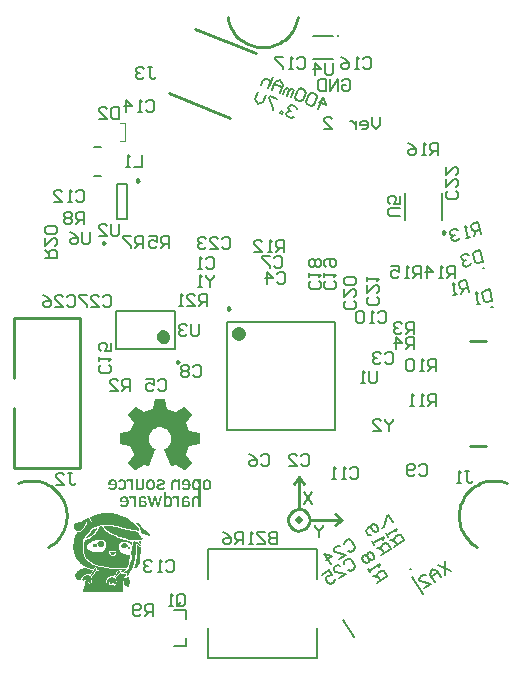
<source format=gbo>
G04*
G04 #@! TF.GenerationSoftware,Altium Limited,Altium Designer,22.7.1 (60)*
G04*
G04 Layer_Color=32896*
%FSLAX25Y25*%
%MOIN*%
G70*
G04*
G04 #@! TF.SameCoordinates,BCCB9F90-4AA1-44C7-A5C0-69E822051F84*
G04*
G04*
G04 #@! TF.FilePolarity,Positive*
G04*
G01*
G75*
%ADD10C,0.01000*%
%ADD12C,0.02362*%
%ADD13C,0.00600*%
%ADD103C,0.00787*%
%ADD104C,0.00984*%
%ADD105C,0.00787*%
%ADD106C,0.01200*%
%ADD107C,0.00394*%
G36*
X152889Y189828D02*
X152929Y189730D01*
X153541Y186540D01*
X153537Y186540D01*
X153578Y186442D01*
X153644Y186414D01*
X156315Y185308D01*
X156380Y185281D01*
X156479Y185321D01*
X159167Y187144D01*
X159165Y187147D01*
X159263Y187188D01*
X159394Y187134D01*
X161682Y184825D01*
X161692Y184835D01*
X161747Y184704D01*
X161706Y184606D01*
X159883Y181918D01*
X159880Y181920D01*
X159840Y181822D01*
X159867Y181756D01*
X160973Y179085D01*
X160973D01*
X161000Y179019D01*
X161099Y178979D01*
X164288Y178367D01*
X164289Y178370D01*
X164387Y178330D01*
X164441Y178199D01*
X164427Y174948D01*
X164441D01*
X164387Y174817D01*
X164289Y174776D01*
X161099Y174165D01*
X161099Y174168D01*
X161000Y174127D01*
X160973Y174062D01*
X159867Y171391D01*
X159840Y171325D01*
X159880Y171227D01*
X161703Y168539D01*
X161706Y168541D01*
X161747Y168443D01*
X161692Y168312D01*
X159384Y166023D01*
X159394Y166013D01*
X159263Y165959D01*
X159165Y166000D01*
X156477Y167822D01*
X156479Y167825D01*
X156380Y167866D01*
X156315Y167839D01*
X155092Y167332D01*
X155026Y167305D01*
X154895Y167359D01*
X154867Y167426D01*
X152615Y172941D01*
Y172941D01*
X152588Y173006D01*
X152643Y173137D01*
X152702Y173162D01*
X152704Y173159D01*
X152843Y173216D01*
X153347Y173525D01*
X153796Y173909D01*
X154180Y174359D01*
X154489Y174863D01*
X154715Y175409D01*
X154853Y175984D01*
X154900Y176573D01*
X154853Y177163D01*
X154715Y177738D01*
X154489Y178284D01*
X154180Y178788D01*
X153796Y179237D01*
X153347Y179621D01*
X152843Y179930D01*
X152296Y180157D01*
X151722Y180295D01*
X151132Y180341D01*
X150543Y180295D01*
X149968Y180157D01*
X149422Y179930D01*
X148918Y179621D01*
X148468Y179237D01*
X148084Y178788D01*
X147775Y178284D01*
X147549Y177738D01*
X147411Y177163D01*
X147365Y176573D01*
X147411Y175984D01*
X147549Y175409D01*
X147775Y174863D01*
X148084Y174359D01*
X148468Y173909D01*
X148918Y173525D01*
X149422Y173216D01*
X149561Y173159D01*
X149562Y173162D01*
X149621Y173137D01*
X149676Y173006D01*
X149649Y172941D01*
X147397Y167426D01*
X147370Y167359D01*
X147238Y167305D01*
X147173Y167332D01*
X145949Y167839D01*
X145884Y167866D01*
X145786Y167825D01*
X143098Y166003D01*
X143100Y166000D01*
X143002Y165959D01*
X142870Y166013D01*
X140582Y168322D01*
X140572Y168312D01*
X140518Y168443D01*
X140558Y168541D01*
X142381Y171229D01*
X142384Y171227D01*
X142425Y171325D01*
X142397Y171391D01*
X141291Y174062D01*
X141264Y174127D01*
X141166Y174168D01*
X137976Y174780D01*
X137976Y174776D01*
X137878Y174817D01*
X137823Y174948D01*
X137837Y178199D01*
X137823D01*
X137878Y178330D01*
X137976Y178370D01*
X141165Y178982D01*
X141166Y178979D01*
X141264Y179019D01*
X141291Y179085D01*
X142397Y181756D01*
X142425Y181822D01*
X142384Y181920D01*
X140561Y184608D01*
X140558Y184606D01*
X140518Y184704D01*
X140572Y184835D01*
X142880Y187124D01*
X142870Y187134D01*
X143002Y187188D01*
X143100Y187147D01*
X145788Y185325D01*
X145786Y185321D01*
X145884Y185281D01*
X145949Y185308D01*
X148620Y186414D01*
X148686Y186442D01*
X148727Y186540D01*
X149339Y189729D01*
X149335Y189730D01*
X149376Y189828D01*
X149507Y189883D01*
X152757Y189868D01*
Y189883D01*
X152889Y189828D01*
D02*
G37*
G36*
X138774Y163045D02*
X138926Y162982D01*
X138927Y162986D01*
X138967Y162974D01*
X139279Y162807D01*
X139452Y162665D01*
X139453Y162666D01*
X139528Y162608D01*
X139672Y162420D01*
X139673Y162421D01*
X139724Y162355D01*
X139827Y162104D01*
X139827Y162104D01*
X139909Y161832D01*
X139920Y161720D01*
X139925Y161721D01*
X139959Y161282D01*
X139958Y161267D01*
X139958Y161267D01*
X139959Y161251D01*
X139925Y160813D01*
X139920Y160814D01*
X139909Y160702D01*
X139827Y160430D01*
X139827Y160430D01*
X139725Y160184D01*
X139673Y160115D01*
X139672Y160116D01*
X139531Y159932D01*
X139453Y159872D01*
X139452Y159873D01*
X139286Y159736D01*
X138972Y159569D01*
X138927Y159555D01*
X138926Y159558D01*
X138778Y159497D01*
X138347Y159440D01*
X138339Y159441D01*
X138339Y159441D01*
X138331Y159440D01*
X137954Y159490D01*
X137955Y159491D01*
X137912Y159496D01*
X137612Y159621D01*
X137615Y159627D01*
X137444Y159718D01*
X137146Y159963D01*
X137061Y160066D01*
X137589Y160540D01*
X137672Y160432D01*
X137888Y160266D01*
X137916Y160254D01*
X137917Y160256D01*
X138085Y160187D01*
X138304Y160158D01*
X138311Y160159D01*
X138311Y160159D01*
X138334Y160156D01*
X138618Y160193D01*
X138716Y160233D01*
X138719Y160224D01*
X138736Y160227D01*
X138973Y160385D01*
X139008Y160438D01*
X139005Y160441D01*
X139092Y160554D01*
X139183Y160775D01*
X139184Y160783D01*
X139179Y160784D01*
X139210Y160885D01*
X139244Y161238D01*
X139242Y161267D01*
X139242Y161267D01*
X139244Y161296D01*
X139209Y161651D01*
X139179Y161751D01*
X139184Y161752D01*
X139183Y161762D01*
X139091Y161984D01*
X139005Y162097D01*
X139008Y162099D01*
X138971Y162153D01*
X138735Y162311D01*
X138720Y162314D01*
X138716Y162304D01*
X138617Y162345D01*
X138334Y162383D01*
X138311Y162380D01*
X138311Y162380D01*
X138305Y162380D01*
X138085Y162351D01*
X137919Y162283D01*
X137918Y162285D01*
X137886Y162271D01*
X137666Y162103D01*
X137589Y162002D01*
X137062Y162472D01*
X137061Y162472D01*
X137147Y162576D01*
X137449Y162824D01*
X137615Y162913D01*
X137612Y162920D01*
X137916Y163046D01*
X137955Y163051D01*
X137954Y163052D01*
X138331Y163101D01*
X138339Y163100D01*
X138339Y163100D01*
X138347Y163101D01*
X138774Y163045D01*
D02*
G37*
G36*
X156481Y163055D02*
X156656Y162982D01*
X156657Y162983D01*
X156749Y162944D01*
X156972Y162773D01*
X157054Y162667D01*
X157067Y162667D01*
Y163046D01*
X157781D01*
Y159496D01*
X157067D01*
Y161610D01*
X157073Y161610D01*
X157075Y161626D01*
X157043Y161873D01*
X157019Y161931D01*
X157023Y161932D01*
X157015Y161970D01*
X156875Y162180D01*
X156875Y162179D01*
X156871Y162185D01*
X156652Y162332D01*
X156644Y162333D01*
X156640Y162323D01*
X156565Y162354D01*
X156369Y162380D01*
X156360Y162378D01*
X156360Y162386D01*
X156351Y162387D01*
X156081Y162334D01*
X156081Y162334D01*
X156078Y162334D01*
X155857Y162186D01*
X155852Y162179D01*
X155852Y162180D01*
X155712Y161970D01*
X155704Y161932D01*
X155708Y161931D01*
X155685Y161873D01*
X155652Y161626D01*
X155654Y161610D01*
X155660Y159496D01*
X154946D01*
Y161856D01*
X154934Y161856D01*
X154933Y161864D01*
X154969Y162139D01*
X154969Y162139D01*
X154983Y162242D01*
X155043Y162386D01*
X155092Y162505D01*
X155249Y162710D01*
X155331Y162773D01*
X155330Y162774D01*
X155534Y162930D01*
X155723Y163008D01*
X155723Y163009D01*
X155844Y163059D01*
X156130Y163096D01*
X156130Y163095D01*
X156152Y163098D01*
X156481Y163055D01*
D02*
G37*
G36*
X140973D02*
X141148Y162982D01*
X141148Y162983D01*
X141241Y162944D01*
X141464Y162773D01*
X141546Y162667D01*
X141559Y162667D01*
Y163046D01*
X142273D01*
Y159496D01*
X141559D01*
Y161629D01*
X141565Y161629D01*
X141567Y161651D01*
X141534Y161900D01*
X141507Y161967D01*
X141511Y161969D01*
X141506Y161994D01*
X141387Y162172D01*
X141347Y162199D01*
X141348Y162201D01*
X141154Y162331D01*
X140868Y162387D01*
X140868Y162387D01*
X140868Y162386D01*
X140627Y162338D01*
X140630Y162329D01*
X140494Y162273D01*
X140395Y162197D01*
X139880Y162813D01*
X139880Y162813D01*
X140039Y162936D01*
X140241Y163019D01*
X140241Y163019D01*
X140337Y163059D01*
X140621Y163096D01*
X140622Y163096D01*
X140621Y163095D01*
X140644Y163098D01*
X140973Y163055D01*
D02*
G37*
G36*
X167184Y163061D02*
X167197Y163058D01*
X167195Y163053D01*
X167258Y163045D01*
X167496Y162946D01*
X167493Y162941D01*
X167635Y162865D01*
X167725Y162791D01*
X167724Y162790D01*
X167869Y162678D01*
X167902Y162636D01*
X167902Y162636D01*
X168085Y162397D01*
X168197Y162127D01*
X168192Y162126D01*
X168240Y161968D01*
X168260Y161773D01*
X168262Y161774D01*
X168292Y161308D01*
X168290Y161275D01*
X168282Y161275D01*
X168290Y161275D01*
X168290Y161275D01*
X168290D01*
X168293Y161241D01*
X168262Y160768D01*
X168260Y160768D01*
X168240Y160569D01*
X168192Y160412D01*
X168197Y160411D01*
X168085Y160141D01*
X167902Y159902D01*
X167901Y159903D01*
X167862Y159853D01*
X167724Y159747D01*
X167725Y159746D01*
X167641Y159677D01*
X167493Y159598D01*
X167496Y159593D01*
X167264Y159497D01*
X167195Y159488D01*
X167197Y159482D01*
X167192Y159481D01*
X166835Y159446D01*
X166818Y159447D01*
X166818Y159448D01*
X166801Y159446D01*
X166452Y159480D01*
X166443Y159483D01*
X166444Y159488D01*
X166378Y159497D01*
X166145Y159593D01*
X166147Y159598D01*
X165992Y159681D01*
X165914Y159745D01*
X165915Y159747D01*
X165771Y159858D01*
X165736Y159903D01*
X165735Y159902D01*
X165553Y160140D01*
X165441Y160411D01*
X165445Y160412D01*
X165399Y160566D01*
X165379Y160768D01*
X165377Y160768D01*
X165346Y161241D01*
X165348Y161275D01*
X165348Y161275D01*
X165346Y161308D01*
X165377Y161774D01*
X165379Y161773D01*
X165398Y161971D01*
X165445Y162126D01*
X165441Y162127D01*
X165553Y162399D01*
X165735Y162636D01*
X165735Y162636D01*
X165763Y162673D01*
X165915Y162790D01*
X165914Y162792D01*
X165998Y162861D01*
X166147Y162941D01*
X166144Y162946D01*
X166384Y163045D01*
X166444Y163053D01*
X166444Y163057D01*
X166459Y163062D01*
X166801Y163096D01*
X166818Y163094D01*
X166818Y163094D01*
X166835Y163096D01*
X167184Y163061D01*
D02*
G37*
G36*
X148396D02*
X148408Y163058D01*
X148407Y163053D01*
X148470Y163045D01*
X148708Y162946D01*
X148705Y162941D01*
X148847Y162865D01*
X148936Y162791D01*
X148935Y162790D01*
X149081Y162678D01*
X149113Y162636D01*
X149113Y162636D01*
X149297Y162397D01*
X149408Y162127D01*
X149404Y162126D01*
X149452Y161968D01*
X149471Y161773D01*
X149474Y161774D01*
X149504Y161307D01*
X149502Y161275D01*
X149494Y161275D01*
X149502Y161275D01*
X149502Y161275D01*
X149502D01*
X149504Y161241D01*
X149473Y160768D01*
X149471Y160768D01*
X149452Y160569D01*
X149404Y160412D01*
X149408Y160411D01*
X149297Y160141D01*
X149113Y159902D01*
X149112Y159903D01*
X149074Y159853D01*
X148935Y159747D01*
X148936Y159746D01*
X148854Y159678D01*
X148705Y159598D01*
X148708Y159593D01*
X148476Y159497D01*
X148407Y159488D01*
X148408Y159482D01*
X148403Y159481D01*
X148047Y159446D01*
X148029Y159447D01*
X148029Y159448D01*
X148013Y159446D01*
X147663Y159480D01*
X147655Y159483D01*
X147656Y159488D01*
X147589Y159497D01*
X147356Y159593D01*
X147359Y159598D01*
X147204Y159681D01*
X147126Y159745D01*
X147127Y159747D01*
X146982Y159858D01*
X146948Y159903D01*
X146947Y159902D01*
X146765Y160140D01*
X146653Y160411D01*
X146657Y160412D01*
X146610Y160566D01*
X146590Y160768D01*
X146589Y160768D01*
X146558Y161241D01*
X146560Y161275D01*
X146560Y161275D01*
X146558Y161308D01*
X146589Y161774D01*
X146591Y161773D01*
X146610Y161971D01*
X146657Y162126D01*
X146653Y162127D01*
X146765Y162399D01*
X146947Y162636D01*
X146947Y162636D01*
X146975Y162673D01*
X147127Y162790D01*
X147125Y162792D01*
X147210Y162861D01*
X147359Y162941D01*
X147356Y162946D01*
X147595Y163045D01*
X147656Y163053D01*
X147655Y163057D01*
X147671Y163062D01*
X148013Y163096D01*
X148029Y163094D01*
X148029Y163094D01*
X148047Y163096D01*
X148396Y163061D01*
D02*
G37*
G36*
X163069Y163097D02*
X163069Y163096D01*
X163082Y163098D01*
X163398Y163056D01*
X163572Y162984D01*
X163572Y162985D01*
X163678Y162941D01*
X163939Y162740D01*
X163989Y162675D01*
X163987Y163046D01*
X164701D01*
Y153845D01*
X163987D01*
Y155959D01*
X163993Y155959D01*
X163995Y155975D01*
X163963Y156223D01*
X163939Y156280D01*
X163943Y156281D01*
X163935Y156319D01*
X163795Y156529D01*
X163795Y156529D01*
X163791Y156535D01*
X163572Y156681D01*
X163564Y156683D01*
X163560Y156672D01*
X163485Y156703D01*
X163289Y156729D01*
X163279Y156728D01*
X163280Y156735D01*
X163271Y156737D01*
X163001Y156683D01*
X163001Y156684D01*
X162998Y156683D01*
X162777Y156535D01*
X162772Y156529D01*
X162772Y156529D01*
X162632Y156319D01*
X162624Y156281D01*
X162628Y156280D01*
X162605Y156223D01*
X162572Y155975D01*
X162574Y155959D01*
X162580Y153845D01*
X161866D01*
Y156205D01*
X161854Y156205D01*
X161853Y156213D01*
X161889Y156489D01*
X161889Y156489D01*
X161903Y156591D01*
X161962Y156736D01*
X162012Y156854D01*
X162169Y157060D01*
X162251Y157122D01*
X162250Y157123D01*
X162454Y157280D01*
X162643Y157358D01*
X162643Y157358D01*
X162764Y157408D01*
X163050Y157446D01*
X163050Y157445D01*
X163072Y157448D01*
X163401Y157404D01*
X163576Y157332D01*
X163577Y157332D01*
X163669Y157294D01*
X163892Y157123D01*
X163974Y157016D01*
X163987Y157016D01*
X163987Y159862D01*
X163738Y159658D01*
X163568Y159567D01*
X163569Y159565D01*
X163370Y159482D01*
X163087Y159445D01*
X163069Y159448D01*
X163069Y159444D01*
X163060Y159443D01*
X162766Y159482D01*
X162766Y159483D01*
X162723Y159488D01*
X162506Y159578D01*
X162506Y159578D01*
X162468Y159593D01*
X162215Y159787D01*
X162119Y159913D01*
Y159913D01*
X162033Y160024D01*
X161927Y160281D01*
X161917Y160357D01*
X161910Y160356D01*
X161875Y160713D01*
X161879Y160713D01*
X161854Y161223D01*
X161856Y161267D01*
X161856Y161267D01*
X161854Y161311D01*
X161879Y161824D01*
X161875Y161824D01*
X161910Y162181D01*
X161917Y162180D01*
X161927Y162254D01*
X162035Y162517D01*
X162119Y162626D01*
X162119Y162626D01*
X162212Y162747D01*
X162477Y162950D01*
X162505Y162962D01*
X162506Y162961D01*
X162729Y163054D01*
X162766Y163059D01*
X162766Y163060D01*
X163060Y163099D01*
X163069Y163097D01*
D02*
G37*
G36*
X151413Y163099D02*
X151413Y163094D01*
X151432Y163096D01*
X151791Y163061D01*
X151932Y163018D01*
X151934Y163026D01*
X152242Y162898D01*
X152357Y162810D01*
X152471Y162722D01*
X152612Y162539D01*
X152642Y162467D01*
X152642Y162467D01*
X152708Y162307D01*
X152746Y162016D01*
X152743Y161992D01*
X152743Y161992D01*
X152746Y161973D01*
X152709Y161693D01*
X152664Y161584D01*
X152664Y161585D01*
X152620Y161479D01*
X152489Y161309D01*
X152447Y161276D01*
X152447Y161275D01*
X152271Y161140D01*
X152118Y161076D01*
X152118Y161076D01*
X151982Y161020D01*
X151714Y160985D01*
X151085Y160929D01*
X151085Y160930D01*
X150924Y160909D01*
X150893Y160896D01*
X150894Y160895D01*
X150852Y160886D01*
X150758Y160824D01*
X150758Y160823D01*
X150730Y160805D01*
X150674Y160720D01*
X150672Y160721D01*
X150669Y160717D01*
X150643Y160587D01*
X150645Y160581D01*
X150644Y160581D01*
X150642Y160572D01*
X150672Y160421D01*
X150699Y160381D01*
X150699Y160382D01*
X150753Y160301D01*
X150848Y160238D01*
X150846Y160234D01*
X151036Y160155D01*
X151073Y160150D01*
X151072Y160149D01*
X151339Y160114D01*
X151351Y160115D01*
X151351Y160112D01*
X151365Y160110D01*
X151781Y160165D01*
X151957Y160238D01*
X151957Y160238D01*
X152150Y160318D01*
X152480Y160571D01*
X152969Y160087D01*
X152974Y160082D01*
X152658Y159822D01*
X152247Y159603D01*
X152245Y159602D01*
X152244Y159605D01*
X151853Y159486D01*
X151421Y159444D01*
X151407Y159445D01*
X151407Y159446D01*
X151388Y159444D01*
X150964Y159486D01*
X150838Y159524D01*
X150835Y159512D01*
X150833Y159512D01*
X150438Y159676D01*
X150361Y159735D01*
X150362Y159736D01*
X150198Y159861D01*
X150047Y160058D01*
X150038Y160080D01*
X150040Y160081D01*
X149961Y160272D01*
X149927Y160527D01*
X149930Y160546D01*
X149926Y160546D01*
X149925Y160557D01*
X149968Y160880D01*
X149992Y160938D01*
X149993Y160938D01*
X150078Y161143D01*
X150175Y161269D01*
X150175Y161269D01*
X150227Y161337D01*
X150393Y161465D01*
X150492Y161506D01*
X150492Y161506D01*
X150647Y161570D01*
X150708Y161578D01*
X150708Y161580D01*
X150733Y161588D01*
X150965Y161611D01*
X151553Y161651D01*
X151553Y161648D01*
X151757Y161675D01*
X151782Y161685D01*
X151781Y161689D01*
X151822Y161698D01*
X151926Y161767D01*
X151927Y161766D01*
X151932Y161769D01*
X152001Y161872D01*
X152000Y161872D01*
X152007Y161882D01*
X152027Y161986D01*
X152028Y161986D01*
X152030Y161995D01*
X151999Y162150D01*
X151912Y162282D01*
X151891Y162295D01*
X151890Y162295D01*
X151779Y162369D01*
X151703Y162384D01*
X151704Y162389D01*
X151435Y162425D01*
X151413Y162422D01*
X151413Y162423D01*
X151391Y162426D01*
X151041Y162380D01*
X150900Y162322D01*
X150896Y162332D01*
X150895Y162332D01*
X150481Y162110D01*
X150458Y162091D01*
X150021Y162604D01*
X150021Y162605D01*
X150197Y162749D01*
X150571Y162949D01*
X150614Y162962D01*
X150615Y162961D01*
X150911Y163050D01*
X150981Y163057D01*
X150981Y163059D01*
X151398Y163100D01*
X151413Y163099D01*
D02*
G37*
G36*
X159866Y163098D02*
X159866Y163099D01*
X160217Y163052D01*
X160372Y162988D01*
X160376Y162996D01*
X160377Y162996D01*
X160690Y162828D01*
X160857Y162691D01*
X160858Y162692D01*
X160927Y162638D01*
X161068Y162455D01*
X161070Y162456D01*
X161101Y162415D01*
X161217Y162136D01*
X161212Y162134D01*
X161287Y161889D01*
X161302Y161736D01*
X161305Y161736D01*
X161342Y161275D01*
X161340Y161257D01*
X161340Y161257D01*
X161342Y161236D01*
X161304Y160755D01*
X161300Y160756D01*
X161286Y160619D01*
X161204Y160347D01*
X161205Y160346D01*
X161110Y160118D01*
X161043Y160031D01*
X161042Y160031D01*
X160947Y159906D01*
X160818Y159808D01*
X160821Y159803D01*
X160784Y159773D01*
X160423Y159580D01*
X160296Y159542D01*
X160296Y159542D01*
X160088Y159479D01*
X159758Y159447D01*
X159758Y159446D01*
X159753Y159446D01*
X159390Y159481D01*
X159066Y159580D01*
X159069Y159586D01*
X158884Y159662D01*
X158755Y159761D01*
X158754Y159760D01*
X158564Y159916D01*
X158474Y160026D01*
X158991Y160467D01*
X158986Y160462D01*
X159001Y160443D01*
X159247Y160254D01*
X159355Y160210D01*
X159355Y160210D01*
X159499Y160151D01*
X159765Y160116D01*
X159771Y160116D01*
X159771Y160117D01*
X159783Y160116D01*
X160041Y160150D01*
X160108Y160178D01*
X160108Y160178D01*
X160240Y160233D01*
X160381Y160341D01*
X160385Y160337D01*
X160405Y160351D01*
X160555Y160575D01*
X160563Y160615D01*
X160559Y160617D01*
X160588Y160685D01*
X160626Y160979D01*
X160623Y161001D01*
X158405Y161001D01*
Y161589D01*
X158394Y161588D01*
X158391Y161615D01*
X158448Y162044D01*
X158514Y162206D01*
X158515Y162206D01*
X158587Y162379D01*
X158795Y162651D01*
X158840Y162685D01*
X158838Y162687D01*
X159120Y162904D01*
X159318Y162986D01*
X159318Y162986D01*
X159471Y163049D01*
X159855Y163100D01*
X159866Y163098D01*
D02*
G37*
G36*
X135388D02*
X135388Y163099D01*
X135739Y163052D01*
X135894Y162988D01*
X135898Y162996D01*
X135899Y162996D01*
X136212Y162828D01*
X136379Y162691D01*
X136380Y162692D01*
X136449Y162638D01*
X136590Y162455D01*
X136591Y162456D01*
X136623Y162415D01*
X136739Y162136D01*
X136734Y162134D01*
X136809Y161889D01*
X136824Y161736D01*
X136827Y161736D01*
X136864Y161276D01*
X136862Y161257D01*
X136862Y161257D01*
X136864Y161236D01*
X136826Y160755D01*
X136821Y160756D01*
X136808Y160619D01*
X136725Y160347D01*
X136727Y160346D01*
X136632Y160118D01*
X136565Y160031D01*
X136565Y160031D01*
X136469Y159906D01*
X136340Y159808D01*
X136343Y159803D01*
X136306Y159773D01*
X135945Y159580D01*
X135819Y159542D01*
X135818Y159542D01*
X135610Y159479D01*
X135280Y159447D01*
X135280Y159446D01*
X135275Y159446D01*
X134912Y159481D01*
X134588Y159580D01*
X134590Y159586D01*
X134406Y159662D01*
X134277Y159761D01*
X134276Y159760D01*
X134086Y159916D01*
X133996Y160026D01*
X134513Y160467D01*
X134508Y160462D01*
X134523Y160443D01*
X134769Y160254D01*
X134877Y160210D01*
X134877Y160210D01*
X135020Y160151D01*
X135287Y160116D01*
X135293Y160116D01*
X135293Y160117D01*
X135305Y160116D01*
X135563Y160150D01*
X135630Y160178D01*
X135630Y160178D01*
X135762Y160233D01*
X135903Y160341D01*
X135907Y160337D01*
X135927Y160351D01*
X136077Y160575D01*
X136085Y160615D01*
X136081Y160617D01*
X136110Y160685D01*
X136148Y160979D01*
X136145Y161001D01*
X133927Y161001D01*
Y161589D01*
X133916Y161588D01*
X133913Y161615D01*
X133970Y162044D01*
X134037Y162206D01*
X134037Y162206D01*
X134109Y162379D01*
X134317Y162651D01*
X134362Y162685D01*
X134360Y162687D01*
X134642Y162904D01*
X134840Y162986D01*
X134840Y162986D01*
X134993Y163049D01*
X135377Y163100D01*
X135388Y163098D01*
D02*
G37*
G36*
X145918Y160686D02*
X145931Y160686D01*
X145932Y160677D01*
X145896Y160401D01*
X145896Y160401D01*
X145882Y160297D01*
X145822Y160153D01*
Y160153D01*
X145773Y160034D01*
X145616Y159830D01*
X145534Y159767D01*
X145535Y159766D01*
X145335Y159613D01*
X145141Y159533D01*
X145141Y159533D01*
X145023Y159484D01*
X144728Y159445D01*
X144728Y159447D01*
X144706Y159444D01*
X144381Y159486D01*
X144207Y159559D01*
X144207Y159558D01*
X144115Y159596D01*
X143893Y159767D01*
X143812Y159871D01*
X143798Y159871D01*
Y159496D01*
X143084D01*
Y163046D01*
X143798D01*
Y160929D01*
X143791Y160929D01*
X143789Y160912D01*
X143822Y160662D01*
X143845Y160606D01*
X143842Y160605D01*
X143850Y160566D01*
X143989Y160357D01*
X143989Y160357D01*
X143992Y160353D01*
X144213Y160205D01*
X144218Y160204D01*
X144219Y160205D01*
X144489Y160151D01*
X144497Y160153D01*
X144497Y160160D01*
X144506Y160159D01*
X144704Y160185D01*
X144777Y160215D01*
X144781Y160205D01*
X144791Y160207D01*
X145010Y160354D01*
X145013Y160357D01*
X145013Y160357D01*
X145152Y160566D01*
X145160Y160605D01*
X145156Y160606D01*
X145180Y160662D01*
X145213Y160912D01*
X145211Y160929D01*
X145204Y163046D01*
X145918D01*
Y160686D01*
D02*
G37*
G36*
X156358Y157404D02*
X156534Y157332D01*
X156534Y157332D01*
X156626Y157294D01*
X156850Y157123D01*
X156931Y157016D01*
X156944Y157016D01*
Y157395D01*
X157658D01*
Y153845D01*
X156944D01*
Y155979D01*
X156950Y155979D01*
X156953Y156000D01*
X156920Y156249D01*
X156892Y156316D01*
X156896Y156318D01*
X156891Y156344D01*
X156773Y156521D01*
X156732Y156548D01*
X156733Y156550D01*
X156539Y156680D01*
X156253Y156737D01*
X156253Y156737D01*
X156253Y156735D01*
X156012Y156687D01*
X156015Y156679D01*
X155879Y156623D01*
X155780Y156547D01*
X155265Y157162D01*
X155265Y157162D01*
X155425Y157285D01*
X155626Y157369D01*
X155626Y157369D01*
X155722Y157408D01*
X156007Y157446D01*
X156007Y157446D01*
X156007Y157445D01*
X156029Y157448D01*
X156358Y157404D01*
D02*
G37*
G36*
X141877D02*
X142053Y157332D01*
X142053Y157332D01*
X142146Y157294D01*
X142369Y157123D01*
X142450Y157016D01*
X142464Y157016D01*
Y157395D01*
X143178D01*
Y153845D01*
X142464D01*
Y155979D01*
X142469Y155979D01*
X142472Y156000D01*
X142439Y156249D01*
X142411Y156316D01*
X142416Y156318D01*
X142411Y156344D01*
X142292Y156521D01*
X142251Y156548D01*
X142253Y156550D01*
X142058Y156680D01*
X141773Y156737D01*
X141772Y156737D01*
X141772Y156735D01*
X141531Y156687D01*
X141534Y156679D01*
X141398Y156623D01*
X141300Y156547D01*
X140784Y157162D01*
X140784Y157162D01*
X140944Y157285D01*
X141145Y157369D01*
X141145Y157369D01*
X141241Y157408D01*
X141526Y157446D01*
X141526Y157446D01*
X141526Y157445D01*
X141549Y157448D01*
X141877Y157404D01*
D02*
G37*
G36*
X159922Y157440D02*
X159922Y157438D01*
X159963Y157443D01*
X160284Y157411D01*
X160283Y157407D01*
X160403Y157391D01*
X160597Y157311D01*
X160597Y157311D01*
X160717Y157261D01*
X160974Y157064D01*
X161087Y156916D01*
X160542Y156487D01*
X160461Y156608D01*
X160301Y156715D01*
X160298Y156710D01*
X160246Y156732D01*
X160113Y156749D01*
X160113D01*
X159896Y156778D01*
X159887Y156777D01*
X159887Y156771D01*
X159841Y156777D01*
X159575Y156742D01*
X159576Y156740D01*
X159439Y156713D01*
X159353Y156656D01*
X159354Y156655D01*
X159284Y156609D01*
X159219Y156511D01*
X159217Y156512D01*
X159204Y156493D01*
X159169Y156318D01*
X159172Y156304D01*
X159178Y155928D01*
X160140D01*
X160140Y155939D01*
X160149Y155941D01*
X160531Y155890D01*
X160627Y155851D01*
X160627Y155849D01*
X160780Y155786D01*
X160967Y155642D01*
X160981Y155624D01*
X160981Y155625D01*
X161128Y155433D01*
X161190Y155283D01*
X161191Y155284D01*
X161232Y155185D01*
X161271Y154887D01*
X161269Y154874D01*
X161268Y154874D01*
X161270Y154860D01*
X161233Y154579D01*
X161179Y154448D01*
X161179Y154448D01*
X161135Y154341D01*
X160975Y154133D01*
X160935Y154102D01*
X160938Y154099D01*
X160741Y153948D01*
X160561Y153874D01*
X160562Y153872D01*
X160470Y153833D01*
X160045Y153778D01*
X160045Y153783D01*
X160030Y153781D01*
X159734Y153810D01*
X159734Y153813D01*
X159612Y153829D01*
X159490Y153879D01*
X159486Y153871D01*
X159477Y153873D01*
X159286Y154000D01*
X159190Y154144D01*
X159178Y154145D01*
Y153832D01*
X158487D01*
Y156263D01*
X158480Y156263D01*
X158509Y156564D01*
X158513Y156563D01*
X158527Y156664D01*
X158589Y156816D01*
X158589Y156816D01*
X158632Y156918D01*
X158767Y157094D01*
X158881Y157181D01*
X158878Y157185D01*
X158934Y157228D01*
X159285Y157373D01*
X159336Y157380D01*
X159337Y157379D01*
X159405Y157399D01*
X159870Y157445D01*
X159922Y157440D01*
D02*
G37*
G36*
X145452D02*
X145452Y157438D01*
X145494Y157443D01*
X145814Y157411D01*
X145813Y157407D01*
X145933Y157391D01*
X146128Y157311D01*
X146128Y157311D01*
X146248Y157261D01*
X146504Y157064D01*
X146618Y156916D01*
X146072Y156487D01*
X145992Y156608D01*
X145831Y156715D01*
X145829Y156710D01*
X145776Y156732D01*
X145643Y156749D01*
X145427Y156778D01*
X145417Y156777D01*
X145418Y156771D01*
X145371Y156777D01*
X145106Y156742D01*
X145106Y156740D01*
X144969Y156713D01*
X144884Y156656D01*
X144884Y156655D01*
X144815Y156609D01*
X144749Y156511D01*
X144747Y156512D01*
X144734Y156493D01*
X144700Y156318D01*
X144702Y156304D01*
X144709Y155928D01*
X145670D01*
X145670Y155939D01*
X145680Y155941D01*
X146062Y155890D01*
X146158Y155851D01*
X146158Y155849D01*
X146311Y155786D01*
X146498Y155642D01*
X146511Y155624D01*
X146512Y155625D01*
X146659Y155433D01*
X146721Y155283D01*
X146721Y155284D01*
X146762Y155185D01*
X146801Y154887D01*
X146800Y154874D01*
X146799Y154874D01*
X146801Y154860D01*
X146764Y154579D01*
X146709Y154448D01*
X146710Y154448D01*
X146665Y154341D01*
X146506Y154133D01*
X146465Y154102D01*
X146468Y154099D01*
X146271Y153948D01*
X146092Y153874D01*
X146092Y153872D01*
X146000Y153833D01*
X145575Y153778D01*
Y153783D01*
X145560Y153781D01*
X145264Y153810D01*
X145265Y153813D01*
X145142Y153829D01*
X145020Y153879D01*
X145017Y153871D01*
X145007Y153873D01*
X144817Y154000D01*
X144721Y154144D01*
X144709Y154145D01*
Y153832D01*
X144017D01*
Y156263D01*
X144010Y156263D01*
X144040Y156564D01*
X144044Y156563D01*
X144057Y156664D01*
X144120Y156816D01*
X144120Y156816D01*
X144162Y156918D01*
X144297Y157094D01*
X144411Y157181D01*
X144409Y157185D01*
X144465Y157228D01*
X144816Y157373D01*
X144867Y157380D01*
X144867Y157379D01*
X144935Y157399D01*
X145401Y157445D01*
X145452Y157440D01*
D02*
G37*
G36*
X139275Y157448D02*
X139275Y157448D01*
X139626Y157402D01*
X139781Y157337D01*
X139784Y157345D01*
X139786Y157345D01*
X140098Y157178D01*
X140266Y157040D01*
X140266Y157041D01*
X140335Y156988D01*
X140476Y156804D01*
X140478Y156805D01*
X140509Y156764D01*
X140625Y156485D01*
X140621Y156483D01*
X140695Y156238D01*
X140710Y156085D01*
X140714Y156086D01*
X140750Y155625D01*
X140749Y155606D01*
X140748Y155606D01*
X140750Y155585D01*
X140712Y155104D01*
X140708Y155105D01*
X140694Y154968D01*
X140612Y154696D01*
X140613Y154696D01*
X140518Y154467D01*
X140451Y154380D01*
X140451Y154380D01*
X140355Y154256D01*
X140226Y154157D01*
X140229Y154153D01*
X140192Y154123D01*
X139831Y153929D01*
X139705Y153891D01*
X139705Y153892D01*
X139496Y153828D01*
X139166Y153796D01*
X139166Y153796D01*
X139161Y153795D01*
X138799Y153831D01*
X138474Y153929D01*
X138477Y153935D01*
X138293Y154011D01*
X138163Y154111D01*
X138162Y154110D01*
X137973Y154265D01*
X137883Y154375D01*
X138400Y154817D01*
X138395Y154812D01*
X138409Y154793D01*
X138655Y154604D01*
X138764Y154559D01*
X138764Y154559D01*
X138907Y154500D01*
X139173Y154465D01*
X139180Y154466D01*
X139179Y154467D01*
X139192Y154465D01*
X139449Y154499D01*
X139516Y154527D01*
X139516Y154528D01*
X139648Y154582D01*
X139789Y154690D01*
X139793Y154686D01*
X139813Y154700D01*
X139964Y154925D01*
X139971Y154965D01*
X139968Y154966D01*
X139996Y155034D01*
X140035Y155328D01*
X140032Y155350D01*
X137814Y155350D01*
Y155938D01*
X137803Y155938D01*
X137799Y155964D01*
X137856Y156394D01*
X137923Y156555D01*
X137923Y156555D01*
X137995Y156728D01*
X138204Y157000D01*
X138249Y157035D01*
X138247Y157037D01*
X138529Y157253D01*
X138727Y157335D01*
X138727Y157335D01*
X138879Y157399D01*
X139264Y157449D01*
X139275Y157448D01*
D02*
G37*
G36*
X160542Y156487D02*
X160540Y156486D01*
X160542Y156487D01*
X160542Y156487D01*
D02*
G37*
G36*
X146073D02*
X146071Y156486D01*
X146072Y156487D01*
X146073Y156487D01*
D02*
G37*
G36*
X150820Y153845D02*
X150190D01*
X149448Y156328D01*
X149435D01*
X148691Y153845D01*
X148063D01*
X146927Y157395D01*
X147684D01*
X148363Y154909D01*
X148378D01*
X149180Y157395D01*
X149701D01*
X150505Y154909D01*
X150518D01*
X151199Y157395D01*
X151954D01*
X150820Y153845D01*
D02*
G37*
G36*
X153099Y157023D02*
X153349Y157229D01*
X153520Y157320D01*
X153518Y157323D01*
X153726Y157409D01*
X154001Y157446D01*
X154016Y157444D01*
X154016Y157447D01*
X154026Y157448D01*
X154323Y157409D01*
X154322Y157408D01*
X154361Y157403D01*
X154584Y157310D01*
X154584Y157311D01*
X154615Y157298D01*
X154868Y157104D01*
X154966Y156975D01*
X154966Y156975D01*
X155055Y156860D01*
X155160Y156607D01*
X155170Y156529D01*
X155176Y156530D01*
X155211Y156176D01*
X155207Y156175D01*
X155231Y155668D01*
X155229Y155624D01*
X155230Y155624D01*
X155232Y155580D01*
X155207Y155066D01*
X155211Y155066D01*
X155176Y154707D01*
X155170Y154708D01*
X155159Y154627D01*
X155056Y154379D01*
X154967Y154262D01*
X154865Y154130D01*
X154623Y153944D01*
X154583Y153928D01*
X154583Y153928D01*
X154367Y153838D01*
X154322Y153832D01*
X154322Y153831D01*
X154026Y153792D01*
X154016Y153793D01*
X154016Y153795D01*
X154004Y153793D01*
X153687Y153835D01*
X153515Y153906D01*
X153515Y153906D01*
X153404Y153952D01*
X153141Y154153D01*
X153096Y154212D01*
X153099Y153845D01*
X152384D01*
Y158828D01*
X153099D01*
Y157023D01*
D02*
G37*
G36*
X135742Y151704D02*
Y151396D01*
X137283D01*
X137283Y151088D01*
X137899Y151088D01*
Y150780D01*
X138823D01*
Y150472D01*
X139748Y150472D01*
X139748Y150164D01*
X140364D01*
X140364Y149856D01*
X140980Y149856D01*
Y149548D01*
X141288D01*
Y149239D01*
X141596D01*
X141596Y148931D01*
X141904Y148931D01*
Y148623D01*
X142213Y148623D01*
Y148315D01*
X142521Y148315D01*
Y148007D01*
X142829D01*
Y147699D01*
X143137D01*
Y147391D01*
X143445Y147391D01*
X143445Y147082D01*
X143753D01*
X143753Y146774D01*
X144061Y146774D01*
X144061Y145850D01*
X143445D01*
Y146158D01*
X141596Y146158D01*
X141596Y146466D01*
X139748Y146466D01*
Y146774D01*
X138515D01*
Y147082D01*
X137591D01*
Y147391D01*
X135742Y147391D01*
X135742Y147699D01*
X131120Y147699D01*
Y147391D01*
X130196Y147391D01*
X130196Y147082D01*
X129271D01*
Y146774D01*
X128655D01*
X128655Y146466D01*
X128039Y146466D01*
Y146158D01*
X127731Y146158D01*
X127731Y145542D01*
X127423Y145542D01*
X127423Y145234D01*
X127115Y145234D01*
X127115Y144926D01*
X126806D01*
X126806Y144309D01*
X126498Y144309D01*
Y144001D01*
X126190Y144001D01*
Y143385D01*
X125882D01*
X125882Y143077D01*
X125574D01*
X125574Y138147D01*
X125882D01*
Y142153D01*
X126190D01*
Y142769D01*
X126806D01*
Y143077D01*
X127731D01*
X127731Y143385D01*
X128039D01*
Y143693D01*
X128655Y143693D01*
X128655Y144001D01*
X128963D01*
Y144309D01*
X129271Y144309D01*
Y144617D01*
X129580D01*
X129580Y144926D01*
X129888D01*
Y145542D01*
X130196Y145542D01*
X130196Y145850D01*
X130504Y145850D01*
Y146466D01*
X130812D01*
Y147082D01*
X131120D01*
Y147391D01*
X131737Y147391D01*
Y147082D01*
X132045D01*
Y146774D01*
X132353Y146774D01*
Y146466D01*
X132661D01*
Y146158D01*
X132969Y146158D01*
X132969Y145850D01*
X133277D01*
X133277Y145542D01*
X133893D01*
Y145234D01*
X134201D01*
Y144926D01*
X134818Y144926D01*
Y144617D01*
X135126D01*
Y144309D01*
X135742D01*
Y144001D01*
X136358D01*
Y143693D01*
X136975D01*
X136975Y143385D01*
X137899Y143385D01*
X137899Y143077D01*
X138823Y143077D01*
X138823Y142769D01*
X140056D01*
X140056Y142461D01*
X141288Y142461D01*
X141288Y142153D01*
X141904Y142153D01*
Y141228D01*
X141596Y141228D01*
X141596Y141536D01*
X141288Y141536D01*
Y141844D01*
X140364D01*
X140364Y142153D01*
X138207D01*
Y141844D01*
X137899Y141844D01*
X137899Y141536D01*
X137591D01*
Y139379D01*
X137899Y139379D01*
X137899Y138763D01*
X138207D01*
Y138455D01*
X138823Y138455D01*
Y138147D01*
X139748Y138147D01*
Y137839D01*
X141288Y137839D01*
Y136298D01*
X140980D01*
Y135066D01*
X140672D01*
X140672Y134449D01*
X140364Y134449D01*
Y133833D01*
X140056Y133833D01*
X140056Y133525D01*
X134202D01*
X134201Y133217D01*
X139748Y133217D01*
Y132909D01*
X139440Y132909D01*
X139440Y132601D01*
X138515D01*
Y132909D01*
X137591Y132909D01*
X137591Y132601D01*
X138207D01*
Y132293D01*
X139131Y132293D01*
Y131984D01*
X138515D01*
X138207Y131984D01*
X138207Y132293D01*
X137899D01*
Y131676D01*
X138207D01*
X138207Y131368D01*
X139748D01*
Y130752D01*
X139440Y130752D01*
Y130444D01*
X139131D01*
X139131Y130136D01*
X140056Y130136D01*
Y130444D01*
X140980D01*
X140980Y129519D01*
X141288D01*
Y127979D01*
X140980Y127979D01*
X140980Y127363D01*
X140672Y127363D01*
X140672Y127055D01*
X140056Y127055D01*
X140056Y127363D01*
X139440D01*
X139440Y127671D01*
X139131D01*
Y129211D01*
X138823Y129211D01*
Y125514D01*
X125574D01*
X125574Y126438D01*
X125882D01*
X125882Y127363D01*
X126190Y127363D01*
Y128287D01*
X127423Y128287D01*
Y127979D01*
X127731D01*
X127731Y128287D01*
X128347D01*
X128347Y129211D01*
X128655D01*
Y130752D01*
X128039D01*
X128039Y130136D01*
X128347Y130136D01*
Y129519D01*
X128039Y129519D01*
Y128595D01*
X127731Y128595D01*
X127731Y128287D01*
X127423Y128287D01*
Y128903D01*
X127115Y128903D01*
X127115Y128595D01*
X126190Y128595D01*
X126190Y129211D01*
X126498Y129211D01*
Y129519D01*
X125882D01*
Y129211D01*
X125574D01*
X125574Y129519D01*
X125266D01*
X125266Y129828D01*
X125574D01*
Y130444D01*
X125882Y130444D01*
X125882Y130752D01*
X126498Y130752D01*
X126498Y131060D01*
X126806Y131060D01*
X127115Y131060D01*
X127423D01*
X127423Y130752D01*
X128039Y130752D01*
Y131368D01*
X126498Y131368D01*
X126498Y131060D01*
X125882D01*
Y130752D01*
X125574D01*
Y130444D01*
X125266D01*
X125266Y130136D01*
X124958Y130136D01*
Y129519D01*
X123417Y129519D01*
Y129828D01*
X123109D01*
X123109Y130444D01*
X122801D01*
X122801Y131368D01*
X123109Y131368D01*
Y131676D01*
X123417Y131676D01*
Y132293D01*
X123725Y132293D01*
X123725Y132601D01*
X124033D01*
X124033Y132909D01*
X124650D01*
Y133217D01*
X125574Y133217D01*
X125574Y133525D01*
X126806D01*
X126806Y133217D01*
X127731D01*
X127731Y133525D01*
X126806Y133525D01*
Y133833D01*
X126190D01*
Y134141D01*
X125574D01*
X125574Y134449D01*
X125266D01*
X125266Y134758D01*
X124650D01*
Y135066D01*
X124341D01*
X124341Y135374D01*
X124033D01*
X124033Y135682D01*
X123725Y135682D01*
Y135990D01*
X123417D01*
Y136606D01*
X123109Y136606D01*
X123109Y137223D01*
X122801Y137223D01*
Y138147D01*
X122493Y138147D01*
X122493Y139379D01*
X122185Y139379D01*
X122185Y141536D01*
X122493D01*
X122493Y143385D01*
X122801Y143385D01*
X122801Y144309D01*
X123109Y144309D01*
Y144926D01*
X123417D01*
Y145542D01*
X124958Y145542D01*
X124958Y145850D01*
X125266Y145850D01*
X125266Y146158D01*
X125574Y146158D01*
X125574Y146466D01*
X125266D01*
X125266Y146158D01*
X124958Y146158D01*
X124958Y145850D01*
X123109Y145850D01*
Y146158D01*
X122801D01*
Y146466D01*
X122493D01*
Y148007D01*
X122801Y148007D01*
Y148315D01*
X123725Y148315D01*
X123725Y148623D01*
X124650Y148623D01*
X124650Y148931D01*
X125266D01*
X125266Y149239D01*
X125574Y149239D01*
Y149548D01*
X126190D01*
Y149856D01*
X126806D01*
X126806Y150164D01*
X127423Y150164D01*
X127423Y149856D01*
X127731D01*
X127731Y149239D01*
X128039D01*
Y149856D01*
X127731D01*
Y150472D01*
X128347Y150472D01*
Y150780D01*
X129271D01*
X129271Y151088D01*
X130196Y151088D01*
X130196Y151396D01*
X131428D01*
X131428Y151704D01*
X135742Y151704D01*
D02*
G37*
G36*
X130196Y146774D02*
Y146158D01*
X129888Y146158D01*
Y145850D01*
X129580D01*
X129580Y145234D01*
X129271D01*
Y144926D01*
X128963Y144926D01*
X128963Y144617D01*
X128655Y144617D01*
Y144309D01*
X128347D01*
Y144001D01*
X127731D01*
X127731Y143693D01*
X127115Y143693D01*
X127115Y143385D01*
X126498D01*
X126498Y143693D01*
X126806Y143693D01*
Y144001D01*
X127115D01*
Y144617D01*
X127423Y144617D01*
Y144926D01*
X127731D01*
Y145234D01*
X128039Y145234D01*
Y145850D01*
X128347D01*
Y146158D01*
X128963Y146158D01*
X128963Y146466D01*
X129888D01*
Y146774D01*
X130196Y146774D01*
D02*
G37*
G36*
X144061Y148315D02*
Y148007D01*
X144369D01*
X144369Y147699D01*
X144678D01*
Y147391D01*
X144986D01*
Y147082D01*
X145294Y147082D01*
X145294Y146774D01*
X145602Y146774D01*
Y146466D01*
X145910Y146466D01*
Y146158D01*
X146526Y146158D01*
Y145850D01*
X146835D01*
Y145542D01*
X147143Y145542D01*
Y145234D01*
X147451D01*
Y144926D01*
X147759Y144926D01*
Y144001D01*
X147143D01*
X147143Y144309D01*
X146835D01*
X146835Y144617D01*
X146218D01*
Y144926D01*
X145294Y144926D01*
Y145234D01*
X144986D01*
Y145542D01*
X144678Y145542D01*
X144678Y146158D01*
X144369Y146158D01*
Y147082D01*
X144061D01*
X144061Y147391D01*
X143753Y147391D01*
X143753Y147699D01*
X143445D01*
X143445Y148007D01*
X143137D01*
X143137Y148315D01*
X144061Y148315D01*
D02*
G37*
G36*
X135434Y147082D02*
X137283D01*
Y146774D01*
X138207D01*
Y146466D01*
X139440D01*
Y146158D01*
X141288D01*
X141288Y145850D01*
X143137Y145850D01*
X143137Y145542D01*
X143753Y145542D01*
Y145234D01*
X144061D01*
Y144309D01*
X144369D01*
X144369Y144001D01*
X144678D01*
Y143693D01*
X144986Y143693D01*
X144986Y143385D01*
X145602D01*
X145602Y143077D01*
X145294D01*
X145294Y142769D01*
X140364D01*
Y143077D01*
X139748Y143077D01*
Y143385D01*
X138515D01*
X138515Y143693D01*
X138207Y143693D01*
X137899Y143693D01*
X137283Y143693D01*
X137283Y144001D01*
X136666D01*
X136667Y144309D01*
X136358Y144309D01*
X136358Y144617D01*
X135742Y144617D01*
Y144926D01*
X135126D01*
X135126Y145234D01*
X134510D01*
Y145542D01*
X134201Y145542D01*
Y145850D01*
X133585D01*
Y146158D01*
X133277D01*
X133277Y146466D01*
X132969D01*
Y146774D01*
X132661Y146774D01*
X132661Y147082D01*
X132353D01*
Y147391D01*
X135434D01*
Y147082D01*
D02*
G37*
G36*
X142829Y142461D02*
X142829Y142153D01*
X143753Y142153D01*
X143753Y141844D01*
X144061D01*
Y141536D01*
X144369D01*
X144369Y141228D01*
X144678D01*
X144678Y141536D01*
X144369D01*
Y141844D01*
X144061Y141844D01*
X144061Y142461D01*
X144986D01*
Y141228D01*
X144678D01*
X144678Y140920D01*
X144061Y140920D01*
X144061Y140612D01*
X144678Y140612D01*
Y140304D01*
X144986D01*
Y139996D01*
X144678D01*
Y138147D01*
X144369D01*
Y137531D01*
X144369Y137223D01*
X144369Y134758D01*
X144061D01*
X144061Y134449D01*
X143753Y134449D01*
Y133833D01*
X143445Y133833D01*
Y133525D01*
X142521Y133525D01*
Y133833D01*
X142829Y133833D01*
X142829Y134757D01*
X143137D01*
Y136298D01*
X143445D01*
Y141228D01*
X143753Y141228D01*
Y140920D01*
X144061D01*
Y141228D01*
X143753Y141228D01*
Y141536D01*
X143137D01*
Y137839D01*
X142829D01*
Y135682D01*
X142521D01*
Y134449D01*
X142213Y134449D01*
Y133525D01*
X141904D01*
Y132909D01*
X141596Y132909D01*
Y132293D01*
X141288D01*
X141288Y131676D01*
X140980D01*
Y131368D01*
X140672D01*
X140672Y131060D01*
X140364Y131060D01*
X140364Y130752D01*
X140056D01*
Y131676D01*
X139131D01*
Y131984D01*
X139440Y131984D01*
X139440Y132293D01*
X140056D01*
X140056Y132909D01*
X140364D01*
X140364Y133217D01*
X140672Y133217D01*
Y133833D01*
X140980D01*
Y134141D01*
Y134449D01*
X141288Y134449D01*
Y135374D01*
X141596D01*
X141596Y135990D01*
X141904D01*
Y137839D01*
X141596Y137839D01*
X141596Y139071D01*
X141904D01*
X141904Y140920D01*
X142213Y140920D01*
X142213Y142153D01*
X142521D01*
X142521Y142461D01*
X142829Y142461D01*
D02*
G37*
G36*
X144986Y140920D02*
X144986Y140612D01*
X144678Y140612D01*
Y140920D01*
X144986Y140920D01*
D02*
G37*
G36*
X139748Y141844D02*
Y141536D01*
X140056Y141536D01*
X140056Y141228D01*
X140364D01*
X140364Y140612D01*
X140056D01*
Y140304D01*
X139748D01*
X139748Y139996D01*
X139131Y139996D01*
X138823Y139996D01*
X138515D01*
Y140612D01*
X138207Y140612D01*
X138207Y141228D01*
X138515D01*
Y141536D01*
X138823D01*
Y141844D01*
X139748Y141844D01*
D02*
G37*
G36*
X141288Y140304D02*
Y139688D01*
X140364D01*
X140364Y140612D01*
X141288Y140612D01*
Y140304D01*
D02*
G37*
%LPC*%
G36*
X166837Y162380D02*
X166818Y162378D01*
X166818Y162378D01*
X166799Y162380D01*
X166588Y162353D01*
X166480Y162308D01*
X166477Y162315D01*
X166299Y162196D01*
X166243Y162112D01*
X166242Y162113D01*
X166197Y162054D01*
X166102Y161825D01*
X166101Y161813D01*
X166102Y161813D01*
X166074Y161597D01*
X166077Y161597D01*
X166053Y161292D01*
X166055Y161267D01*
X166055D01*
X166055Y161267D01*
X166068Y161267D01*
X166055Y161267D01*
X166053Y161241D01*
X166077Y160938D01*
X166074Y160938D01*
X166102Y160722D01*
X166101Y160722D01*
X166103Y160709D01*
X166193Y160490D01*
X166243Y160426D01*
X166243Y160426D01*
X166299Y160342D01*
X166477Y160223D01*
X166480Y160231D01*
X166588Y160186D01*
X166799Y160158D01*
X166818Y160161D01*
X166818Y160161D01*
X166837Y160158D01*
X167050Y160186D01*
X167157Y160231D01*
X167161Y160223D01*
X167334Y160339D01*
X167392Y160426D01*
X167392Y160426D01*
X167449Y160500D01*
X167530Y160696D01*
X167534Y160724D01*
X167533Y160724D01*
X167562Y160942D01*
X167557Y160942D01*
X167577Y161249D01*
X167576Y161275D01*
X167575Y161275D01*
X167577Y161300D01*
X167557Y161599D01*
X167562Y161599D01*
X167534Y161812D01*
X167534Y161813D01*
X167531Y161838D01*
X167446Y162042D01*
X167392Y162112D01*
X167392Y162112D01*
X167334Y162199D01*
X167161Y162315D01*
X167157Y162308D01*
X167050Y162352D01*
X166837Y162380D01*
D02*
G37*
G36*
X148049D02*
X148029Y162378D01*
X148030Y162378D01*
X148011Y162380D01*
X147800Y162353D01*
X147692Y162308D01*
X147689Y162315D01*
X147511Y162196D01*
X147455Y162112D01*
X147454Y162113D01*
X147408Y162054D01*
X147314Y161825D01*
X147312Y161813D01*
X147314Y161813D01*
X147285Y161597D01*
X147289Y161597D01*
X147265Y161292D01*
X147267Y161267D01*
X147267D01*
X147265Y161242D01*
X147289Y160938D01*
X147285Y160938D01*
X147314Y160722D01*
X147313Y160722D01*
X147314Y160709D01*
X147405Y160490D01*
X147454Y160426D01*
X147455Y160426D01*
X147511Y160342D01*
X147689Y160223D01*
X147692Y160231D01*
X147800Y160186D01*
X148011Y160158D01*
X148030Y160161D01*
X148029Y160161D01*
X148049Y160158D01*
X148262Y160186D01*
X148369Y160231D01*
X148372Y160223D01*
X148546Y160339D01*
X148604Y160426D01*
X148604Y160426D01*
X148661Y160500D01*
X148742Y160696D01*
X148746Y160724D01*
X148745Y160724D01*
X148774Y160942D01*
X148769Y160942D01*
X148789Y161249D01*
X148787Y161275D01*
X148787Y161275D01*
X148789Y161299D01*
X148769Y161599D01*
X148774Y161599D01*
X148745Y161812D01*
X148746Y161813D01*
X148743Y161838D01*
X148658Y162042D01*
X148604Y162112D01*
X148604Y162112D01*
X148546Y162199D01*
X148372Y162315D01*
X148369Y162308D01*
X148262Y162352D01*
X148049Y162380D01*
D02*
G37*
%LPD*%
G36*
X147279Y161267D02*
X147267Y161267D01*
X147267Y161267D01*
X147279Y161267D01*
D02*
G37*
%LPC*%
G36*
X163275Y162382D02*
X163059Y162354D01*
X163059Y162351D01*
X162942Y162328D01*
X162882Y162288D01*
X162882Y162287D01*
X162786Y162223D01*
X162692Y162082D01*
X162680Y162025D01*
X162681Y162025D01*
X162619Y161823D01*
X162567Y161292D01*
X162569Y161267D01*
X162570Y161267D01*
X162567Y161241D01*
X162619Y160714D01*
X162681Y160511D01*
X162680Y160511D01*
X162691Y160456D01*
X162785Y160316D01*
X162882Y160251D01*
X162882Y160250D01*
X162941Y160211D01*
X163059Y160187D01*
X163059Y160184D01*
X163275Y160156D01*
X163286Y160157D01*
Y160158D01*
X163297Y160156D01*
X163513Y160185D01*
X163512Y160188D01*
X163622Y160210D01*
X163688Y160254D01*
X163688Y160254D01*
X163779Y160315D01*
X163875Y160459D01*
X163888Y160523D01*
X163889Y160523D01*
X163947Y160715D01*
X164000Y161258D01*
X164000Y161267D01*
X164000Y161267D01*
X164000Y161275D01*
X163947Y161823D01*
X163889Y162014D01*
X163888Y162014D01*
X163875Y162079D01*
X163779Y162223D01*
X163688Y162284D01*
X163688Y162284D01*
X163621Y162329D01*
X163512Y162351D01*
X163513Y162354D01*
X163297Y162382D01*
X163286Y162381D01*
X163286Y162381D01*
X163275Y162382D01*
D02*
G37*
G36*
X163987Y159871D02*
Y159862D01*
X163992Y159866D01*
X163987Y159871D01*
D02*
G37*
%LPD*%
G36*
X163286Y160158D02*
X163286Y160158D01*
X163286Y160165D01*
X163286Y160158D01*
D02*
G37*
%LPC*%
G36*
X159876Y162421D02*
X159866Y162420D01*
X159866Y162419D01*
X159857Y162421D01*
X159660Y162395D01*
X159579Y162361D01*
X159574Y162373D01*
X159572Y162373D01*
X159341Y162219D01*
X159335Y162210D01*
X159335Y162210D01*
X159183Y161982D01*
X159175Y161944D01*
X159181Y161943D01*
X159147Y161862D01*
X159111Y161589D01*
X160616Y161589D01*
X160624Y161589D01*
X160587Y161871D01*
X160557Y161943D01*
X160562Y161944D01*
X160554Y161985D01*
X160403Y162210D01*
X160403Y162210D01*
X160398Y162218D01*
X160168Y162372D01*
X160162Y162373D01*
X160158Y162361D01*
X160078Y162394D01*
X159876Y162421D01*
D02*
G37*
G36*
X135398Y162421D02*
X135388Y162420D01*
X135388Y162419D01*
X135380Y162421D01*
X135182Y162395D01*
X135101Y162361D01*
X135096Y162373D01*
X135094Y162373D01*
X134863Y162219D01*
X134857Y162210D01*
X134857Y162210D01*
X134705Y161982D01*
X134697Y161944D01*
X134703Y161943D01*
X134669Y161862D01*
X134633Y161589D01*
X136138Y161589D01*
X136146Y161589D01*
X136109Y161871D01*
X136079Y161943D01*
X136084Y161944D01*
X136075Y161985D01*
X135925Y162210D01*
X135925Y162210D01*
X135920Y162218D01*
X135690Y162372D01*
X135684Y162373D01*
X135680Y162361D01*
X135600Y162394D01*
X135398Y162421D01*
D02*
G37*
G36*
X160010Y155348D02*
X159178Y155340D01*
Y155079D01*
X159172Y155079D01*
X159168Y155050D01*
X159206Y154763D01*
X159212Y154749D01*
X159217Y154750D01*
X159225Y154708D01*
X159270Y154641D01*
X159270Y154641D01*
X159302Y154594D01*
X159342Y154567D01*
X159342Y154566D01*
X159415Y154517D01*
X159585Y154483D01*
X159585Y154481D01*
X159899Y154450D01*
X159958Y154456D01*
X159958Y154454D01*
X159978Y154451D01*
X160257Y154488D01*
X160255Y154495D01*
X160326Y154509D01*
X160458Y154597D01*
X160456Y154598D01*
X160497Y154625D01*
X160574Y154742D01*
X160574Y154742D01*
X160590Y154765D01*
X160618Y154906D01*
X160618Y154909D01*
X160616Y154908D01*
X160619Y154926D01*
X160588Y155085D01*
X160582Y155093D01*
X160580Y155092D01*
X160515Y155190D01*
X160465Y155224D01*
X160465Y155223D01*
X160367Y155289D01*
X160276Y155307D01*
X160278Y155313D01*
X160010Y155348D01*
D02*
G37*
G36*
X145541D02*
X144709Y155340D01*
Y155079D01*
X144702Y155079D01*
X144699Y155050D01*
X144736Y154763D01*
X144742Y154749D01*
X144747Y154750D01*
X144756Y154708D01*
X144801Y154641D01*
X144801Y154641D01*
X144832Y154594D01*
X144873Y154567D01*
X144872Y154566D01*
X144946Y154517D01*
X145116Y154483D01*
X145115Y154481D01*
X145429Y154450D01*
X145488Y154456D01*
X145488Y154454D01*
X145509Y154451D01*
X145788Y154488D01*
X145786Y154495D01*
X145856Y154509D01*
X145988Y154597D01*
X145987Y154598D01*
X146027Y154625D01*
X146105Y154742D01*
X146105Y154742D01*
X146121Y154765D01*
X146149Y154906D01*
X146148Y154909D01*
X146146Y154908D01*
X146150Y154926D01*
X146118Y155085D01*
X146113Y155093D01*
X146110Y155092D01*
X146045Y155190D01*
X145995Y155224D01*
X145995Y155223D01*
X145897Y155289D01*
X145807Y155307D01*
X145808Y155313D01*
X145541Y155348D01*
D02*
G37*
G36*
X139284Y156770D02*
X139275Y156769D01*
X139275Y156769D01*
X139266Y156770D01*
X139068Y156744D01*
X138987Y156710D01*
X138982Y156723D01*
X138980Y156722D01*
X138750Y156568D01*
X138743Y156559D01*
X138743Y156559D01*
X138591Y156332D01*
X138584Y156294D01*
X138589Y156292D01*
X138556Y156211D01*
X138520Y155938D01*
X140025Y155938D01*
X140033Y155938D01*
X139996Y156220D01*
X139966Y156292D01*
X139970Y156294D01*
X139962Y156335D01*
X139812Y156559D01*
X139812Y156559D01*
X139807Y156567D01*
X139576Y156721D01*
X139571Y156722D01*
X139566Y156711D01*
X139486Y156744D01*
X139284Y156770D01*
D02*
G37*
G36*
X153099Y157023D02*
X153095Y157020D01*
X153099Y157016D01*
Y157023D01*
D02*
G37*
G36*
X153809Y156732D02*
X153798Y156730D01*
X153798Y156730D01*
X153787Y156731D01*
X153573Y156703D01*
X153574Y156700D01*
X153467Y156679D01*
X153399Y156633D01*
X153399Y156633D01*
X153309Y156573D01*
X153212Y156427D01*
X153199Y156363D01*
X153199Y156363D01*
X153138Y156162D01*
X153085Y155629D01*
X153086Y155624D01*
X153086Y155624D01*
X153085Y155614D01*
X153138Y155073D01*
X153199Y154874D01*
X153199Y154874D01*
X153212Y154810D01*
X153309Y154665D01*
X153399Y154604D01*
X153399Y154604D01*
X153467Y154559D01*
X153574Y154537D01*
X153573Y154534D01*
X153787Y154506D01*
X153798Y154507D01*
X153798Y154507D01*
X153809Y154505D01*
X154026Y154534D01*
X154025Y154536D01*
X154145Y154560D01*
X154203Y154599D01*
X154203Y154600D01*
X154301Y154665D01*
X154394Y154805D01*
X154405Y154860D01*
X154405Y154860D01*
X154466Y155062D01*
X154518Y155595D01*
X154516Y155624D01*
X154516Y155624D01*
X154518Y155649D01*
X154467Y156173D01*
X154405Y156377D01*
X154405Y156377D01*
X154394Y156432D01*
X154301Y156572D01*
X154203Y156637D01*
X154203Y156638D01*
X154145Y156677D01*
X154025Y156701D01*
X154026Y156703D01*
X153809Y156732D01*
D02*
G37*
%LPD*%
G36*
X153798Y156730D02*
X153798Y156722D01*
X153798Y156730D01*
X153798Y156730D01*
D02*
G37*
%LPC*%
G36*
X128347Y149239D02*
X128039Y149239D01*
X128039Y148931D01*
X128347Y148931D01*
Y149239D01*
D02*
G37*
G36*
X126806Y148623D02*
X126498Y148623D01*
X126498Y148007D01*
X126190D01*
Y147391D01*
X125882D01*
Y146774D01*
X126190D01*
X126190Y147391D01*
X126498D01*
X126498Y147699D01*
X126806D01*
X126806Y148623D01*
D02*
G37*
G36*
X125882Y146774D02*
X125574D01*
X125574Y146466D01*
X125882D01*
Y146774D01*
D02*
G37*
G36*
X132353Y142769D02*
X129580D01*
X129580Y142461D01*
X128655D01*
Y142153D01*
X128039D01*
Y141844D01*
X127423D01*
Y141536D01*
X127115D01*
Y141228D01*
X126806D01*
Y140612D01*
X126498Y140612D01*
Y140304D01*
X126806D01*
Y139688D01*
X127115Y139688D01*
Y139379D01*
X127731D01*
Y139071D01*
X128347D01*
X128347Y138763D01*
X132045Y138763D01*
X132045Y139071D01*
X132661D01*
X132661Y139379D01*
X132969Y139379D01*
Y139996D01*
X133277D01*
X133277Y142153D01*
X132969D01*
Y142461D01*
X132353D01*
Y142769D01*
D02*
G37*
G36*
X136666Y139071D02*
X134201D01*
X134202Y138147D01*
X134510D01*
X134510Y137839D01*
X134818D01*
Y138455D01*
X134510D01*
Y138763D01*
X136358Y138763D01*
Y138455D01*
X136050Y138455D01*
Y138147D01*
X135742D01*
Y137839D01*
X134818Y137839D01*
Y137531D01*
X136050Y137531D01*
X136050Y137839D01*
X136358Y137839D01*
Y138147D01*
X136666D01*
Y139071D01*
D02*
G37*
G36*
X126190Y138147D02*
X125882D01*
X125882Y137223D01*
X126190Y137223D01*
Y138147D01*
D02*
G37*
G36*
X126498Y137223D02*
X126190D01*
X126190Y136606D01*
X126498Y136606D01*
Y137223D01*
D02*
G37*
G36*
X126806Y136606D02*
X126498D01*
X126498Y135990D01*
X126806Y135990D01*
Y135682D01*
X127115D01*
X127115Y135374D01*
X127731D01*
X127731Y135066D01*
X128039D01*
Y134758D01*
X128655Y134757D01*
Y134449D01*
X129580Y134449D01*
Y134141D01*
X130504D01*
Y133833D01*
X132353Y133833D01*
Y133525D01*
X132969Y133525D01*
X133277Y133525D01*
X134202D01*
Y133833D01*
X132353Y133833D01*
Y134141D01*
X130504Y134141D01*
Y134449D01*
X129580Y134449D01*
Y134757D01*
X128963D01*
Y135066D01*
X128347D01*
Y135374D01*
X127731Y135374D01*
Y135682D01*
X127423D01*
X127423Y135990D01*
X127115Y135990D01*
X127115Y136298D01*
X126806D01*
Y136606D01*
D02*
G37*
G36*
X129888Y133833D02*
X129580D01*
X129580Y133525D01*
X129271Y133525D01*
Y133217D01*
X129580D01*
X129580Y133525D01*
X129888Y133525D01*
Y132601D01*
X129580Y132601D01*
Y131984D01*
X129271D01*
X129271Y131368D01*
X128963D01*
X128963Y131060D01*
X128655Y131060D01*
Y130752D01*
X128963D01*
X128963Y131060D01*
X129271Y131060D01*
Y131368D01*
X129580D01*
X129580Y131984D01*
X129888D01*
X129888Y132601D01*
X130812Y132601D01*
Y132909D01*
X130196D01*
X130196Y133525D01*
X129888Y133525D01*
Y133833D01*
D02*
G37*
G36*
X129271Y133217D02*
X127731D01*
X127731Y132909D01*
X128963D01*
X128963Y132601D01*
X128655D01*
Y131984D01*
X128347Y131984D01*
X128347Y131676D01*
X128039Y131676D01*
Y131368D01*
X128347D01*
X128347Y131676D01*
X128655Y131676D01*
Y131984D01*
X128963D01*
Y132293D01*
X129271Y132293D01*
Y133217D01*
D02*
G37*
G36*
X137591Y132601D02*
X130812D01*
Y132293D01*
X136975Y132293D01*
Y131984D01*
X137283Y131984D01*
Y132293D01*
X137591Y132293D01*
Y132601D01*
D02*
G37*
G36*
X136975Y131984D02*
X136666D01*
X136666Y131368D01*
X136975Y131368D01*
Y131984D01*
D02*
G37*
G36*
X137591Y131676D02*
Y131368D01*
X137283D01*
Y131060D01*
X137591D01*
Y131368D01*
X137899Y131368D01*
X137899Y131676D01*
X137591Y131676D01*
D02*
G37*
G36*
X136666Y131368D02*
X136358D01*
Y131060D01*
X136666D01*
X136666Y131368D01*
D02*
G37*
G36*
X137283Y131060D02*
X136975D01*
X136975Y130752D01*
X137283D01*
Y131060D01*
D02*
G37*
G36*
X135742Y131060D02*
Y130752D01*
X134510Y130752D01*
X134510Y130444D01*
X133893D01*
Y130136D01*
X133585D01*
X133585Y129519D01*
X133277D01*
X133277Y128595D01*
X133277Y128287D01*
X134201D01*
Y127671D01*
X135742D01*
X135742Y127363D01*
X136050Y127363D01*
Y127671D01*
X136666Y127671D01*
Y128903D01*
X136975Y128903D01*
X136975Y129211D01*
X136666Y129211D01*
Y130444D01*
X136050D01*
X136050Y130752D01*
X136358D01*
Y131060D01*
X135742Y131060D01*
D02*
G37*
G36*
X136975Y130752D02*
X136666D01*
Y130444D01*
X136975Y130444D01*
X136975Y130752D01*
D02*
G37*
%LPD*%
G36*
X132045Y142153D02*
X132353D01*
X132353Y140920D01*
X132045D01*
X132045Y140612D01*
X130812D01*
X130812Y140920D01*
X130504Y140920D01*
Y141536D01*
X130196Y141536D01*
Y141844D01*
X130504D01*
Y142153D01*
X130812D01*
Y142461D01*
X132045D01*
X132045Y142153D01*
D02*
G37*
G36*
X130196Y141536D02*
Y140612D01*
X129888D01*
Y140304D01*
X129271Y140304D01*
Y140612D01*
X128963D01*
X128963Y141536D01*
X129580D01*
X130196Y141536D01*
D02*
G37*
G36*
X135434Y130136D02*
X135742Y130136D01*
X136050Y130136D01*
Y129828D01*
X136358Y129828D01*
Y127979D01*
X135742D01*
X135742Y128595D01*
X135434Y128595D01*
X135434Y128287D01*
X135126Y128287D01*
X135126Y127979D01*
X134510D01*
Y128903D01*
X134201Y128903D01*
Y128595D01*
X133585D01*
X133585Y129519D01*
X133893Y129519D01*
X133893Y129828D01*
X134201Y129828D01*
Y130136D01*
X134818Y130136D01*
Y130444D01*
X135434D01*
Y130136D01*
D02*
G37*
D10*
X201100Y149500D02*
X200967Y150471D01*
X200576Y151371D01*
X199957Y152131D01*
X199156Y152696D01*
X198232Y153025D01*
X197254Y153092D01*
X196294Y152892D01*
X195424Y152441D01*
X194707Y151772D01*
X194198Y150934D01*
X193933Y149990D01*
Y149010D01*
X194198Y148066D01*
X194707Y147228D01*
X195424Y146559D01*
X196294Y146108D01*
X197254Y145908D01*
X198232Y145975D01*
X199156Y146304D01*
X199957Y146869D01*
X200576Y147629D01*
X200967Y148529D01*
X201100Y149500D01*
X113955Y140469D02*
X114819Y140998D01*
X115634Y141598D01*
X116395Y142266D01*
X117096Y142997D01*
X117732Y143786D01*
X118298Y144625D01*
X118790Y145511D01*
X119204Y146435D01*
X119537Y147391D01*
X119788Y148372D01*
X119953Y149372D01*
X120032Y150381D01*
X120025Y151394D01*
X119931Y152402D01*
X119750Y153399D01*
X119485Y154376D01*
X119137Y155327D01*
X118709Y156245D01*
X118204Y157123D01*
X117626Y157954D01*
X116979Y158733D01*
X116267Y159453D01*
X115496Y160110D01*
X114672Y160698D01*
X113800Y161214D01*
X112887Y161653D01*
X111940Y162012D01*
X110966Y162289D01*
X109972Y162481D01*
X108965Y162587D01*
X107952Y162607D01*
X106942Y162540D01*
X105940Y162386D01*
X104956Y162148D01*
X103996Y161826D01*
X173712Y317147D02*
X173891Y316170D01*
X174153Y315210D01*
X174493Y314277D01*
X174912Y313375D01*
X175404Y312511D01*
X175968Y311693D01*
X176598Y310924D01*
X177291Y310211D01*
X178041Y309559D01*
X178843Y308972D01*
X179692Y308455D01*
X180582Y308011D01*
X181505Y307643D01*
X182456Y307355D01*
X183428Y307147D01*
X184415Y307022D01*
X185408Y306980D01*
X186401Y307022D01*
X187387Y307147D01*
X188359Y307355D01*
X189310Y307643D01*
X190234Y308011D01*
X191123Y308455D01*
X191972Y308972D01*
X192774Y309559D01*
X193525Y310211D01*
X194217Y310924D01*
X194848Y311693D01*
X195411Y312511D01*
X195904Y313375D01*
X196322Y314277D01*
X196663Y315210D01*
X196924Y316170D01*
X197104Y317147D01*
X266819Y161826D02*
X265859Y162148D01*
X264875Y162386D01*
X263874Y162540D01*
X262863Y162607D01*
X261851Y162587D01*
X260844Y162481D01*
X259849Y162289D01*
X258875Y162012D01*
X257928Y161653D01*
X257016Y161214D01*
X256144Y160698D01*
X255320Y160110D01*
X254549Y159453D01*
X253837Y158733D01*
X253189Y157954D01*
X252611Y157123D01*
X252106Y156245D01*
X251678Y155327D01*
X251330Y154376D01*
X251065Y153399D01*
X250885Y152402D01*
X250791Y151394D01*
X250783Y150381D01*
X250862Y149372D01*
X251028Y148372D01*
X251278Y147391D01*
X251611Y146435D01*
X252026Y145511D01*
X252518Y144625D01*
X253083Y143786D01*
X253719Y142997D01*
X254420Y142266D01*
X255181Y141598D01*
X255997Y140998D01*
X256860Y140469D01*
X102469Y166646D02*
Y186646D01*
Y196646D02*
Y216646D01*
Y166646D02*
X124469D01*
Y216646D01*
X102469D02*
X124469D01*
X154032Y291738D02*
X174474Y283479D01*
X162733Y313275D02*
X183175Y305016D01*
X254555Y174048D02*
X259792D01*
X254555Y209244D02*
X259792D01*
X197500Y153102D02*
Y163908D01*
X195698Y161509D02*
X197500Y163908D01*
X199302Y161509D01*
X209509Y147698D02*
X211908Y149500D01*
X209509Y151302D02*
X211908Y149500D01*
X201100D02*
X211908D01*
D12*
X153311Y210492D02*
X152866Y211416D01*
X151867Y211644D01*
X151066Y211005D01*
Y209980D01*
X151867Y209341D01*
X152866Y209569D01*
X153311Y210492D01*
X178508Y211673D02*
X178063Y212597D01*
X177064Y212825D01*
X176263Y212186D01*
Y211161D01*
X177064Y210522D01*
X178063Y210750D01*
X178508Y211673D01*
D13*
X235164Y130512D02*
X238669Y124903D01*
X212286Y116217D02*
X215791Y110608D01*
X201766Y158700D02*
X199100Y154702D01*
Y158700D02*
X201766Y154702D01*
X211734Y295833D02*
X212401Y296499D01*
X213734D01*
X214400Y295833D01*
Y293167D01*
X213734Y292501D01*
X212401D01*
X211734Y293167D01*
Y294500D01*
X213067D01*
X210401Y292501D02*
Y296499D01*
X207735Y292501D01*
Y296499D01*
X206403D02*
Y292501D01*
X204403D01*
X203737Y293167D01*
Y295833D01*
X204403Y296499D01*
X206403D01*
X224443Y283780D02*
Y281114D01*
X223110Y279781D01*
X221777Y281114D01*
Y283780D01*
X218445Y279781D02*
X219778D01*
X220444Y280448D01*
Y281781D01*
X219778Y282447D01*
X218445D01*
X217778Y281781D01*
Y281114D01*
X220444D01*
X216445Y282447D02*
Y279781D01*
Y281114D01*
X215779Y281781D01*
X215112Y282447D01*
X214446D01*
X205782Y279781D02*
X208448D01*
X205782Y282447D01*
Y283113D01*
X206449Y283780D01*
X207782D01*
X208448Y283113D01*
X203982Y286583D02*
X205480Y290291D01*
X206585Y287688D01*
X204113Y288686D01*
X203377Y290422D02*
X203008Y291289D01*
X201772Y291789D01*
X200905Y291420D01*
X199906Y288949D01*
X200275Y288081D01*
X201510Y287582D01*
X202378Y287950D01*
X203377Y290422D01*
X199669Y291920D02*
X199301Y292787D01*
X198065Y293286D01*
X197197Y292918D01*
X196199Y290447D01*
X196567Y289579D01*
X197803Y289080D01*
X198670Y289448D01*
X199669Y291920D01*
X194713Y290328D02*
X195712Y292800D01*
X195094Y293049D01*
X194226Y292681D01*
X193477Y290827D01*
X194226Y292681D01*
X193858Y293549D01*
X192991Y293180D01*
X192242Y291327D01*
X191006Y291826D02*
X192004Y294298D01*
X191268Y296033D01*
X189533Y295296D01*
X188534Y292825D01*
X189283Y294678D01*
X191755Y293680D01*
X188796Y297031D02*
X187298Y293324D01*
X188047Y295178D01*
X187679Y296045D01*
X186443Y296545D01*
X185575Y296176D01*
X184827Y294322D01*
X196714Y286385D02*
X196346Y287253D01*
X195110Y287752D01*
X194243Y287384D01*
X193993Y286766D01*
X194361Y285898D01*
X194979Y285649D01*
X194361Y285898D01*
X193493Y285530D01*
X193244Y284912D01*
X193612Y284045D01*
X194848Y283545D01*
X195716Y283913D01*
X191758Y284793D02*
X192008Y285411D01*
X191390Y285661D01*
X191140Y285043D01*
X191758Y284793D01*
X190167Y289749D02*
X187695Y290748D01*
X187445Y290130D01*
X188918Y286660D01*
X188669Y286042D01*
X186459Y291247D02*
X185460Y288775D01*
X183725Y288039D01*
X182989Y289774D01*
X183987Y292246D01*
X205366Y147900D02*
Y147233D01*
X204033Y145901D01*
X202700Y147233D01*
Y147900D01*
X204033Y145901D02*
Y143901D01*
X127832Y245603D02*
Y242270D01*
X127166Y241604D01*
X125833D01*
X125166Y242270D01*
Y245603D01*
X121168D02*
X122501Y244936D01*
X123834Y243603D01*
Y242270D01*
X123167Y241604D01*
X121834D01*
X121168Y242270D01*
Y242937D01*
X121834Y243603D01*
X123834D01*
X166981Y220679D02*
Y224677D01*
X164982D01*
X164316Y224011D01*
Y222678D01*
X164982Y222012D01*
X166981D01*
X165649D02*
X164316Y220679D01*
X160317D02*
X162983D01*
X160317Y223344D01*
Y224011D01*
X160983Y224677D01*
X162316D01*
X162983Y224011D01*
X158984Y220679D02*
X157651D01*
X158318D01*
Y224677D01*
X158984Y224011D01*
X112817Y236683D02*
X116816D01*
Y238682D01*
X116149Y239349D01*
X114816D01*
X114150Y238682D01*
Y236683D01*
Y238016D02*
X112817Y239349D01*
Y243347D02*
Y240681D01*
X115483Y243347D01*
X116149D01*
X116816Y242681D01*
Y241348D01*
X116149Y240681D01*
Y244680D02*
X116816Y245346D01*
Y246679D01*
X116149Y247346D01*
X113484D01*
X112817Y246679D01*
Y245346D01*
X113484Y244680D01*
X116149D01*
X132112Y223793D02*
X132779Y224459D01*
X134112D01*
X134778Y223793D01*
Y221127D01*
X134112Y220460D01*
X132779D01*
X132112Y221127D01*
X128114Y220460D02*
X130780D01*
X128114Y223126D01*
Y223793D01*
X128780Y224459D01*
X130113D01*
X130780Y223793D01*
X126781Y224459D02*
X124115D01*
Y223793D01*
X126781Y221127D01*
Y220460D01*
X120249Y223793D02*
X120916Y224459D01*
X122248D01*
X122915Y223793D01*
Y221127D01*
X122248Y220460D01*
X120916D01*
X120249Y221127D01*
X116251Y220460D02*
X118916D01*
X116251Y223126D01*
Y223793D01*
X116917Y224459D01*
X118250D01*
X118916Y223793D01*
X112252Y224459D02*
X113585Y223793D01*
X114918Y222460D01*
Y221127D01*
X114251Y220460D01*
X112918D01*
X112252Y221127D01*
Y221793D01*
X112918Y222460D01*
X114918D01*
X224780Y137784D02*
X228171Y139903D01*
X227112Y141599D01*
X226193Y141811D01*
X225063Y141104D01*
X224851Y140186D01*
X225910Y138491D01*
X225204Y139621D02*
X223368Y140045D01*
X222661Y141175D02*
X221955Y142306D01*
X222308Y141741D01*
X225699Y143860D01*
X225487Y142941D01*
X221461Y144354D02*
X220542Y144567D01*
X219836Y145697D01*
X220048Y146615D01*
X222309Y148028D01*
X223227Y147816D01*
X223933Y146686D01*
X223721Y145767D01*
X223156Y145414D01*
X222238Y145626D01*
X221178Y147322D01*
X212455Y141355D02*
X212667Y142274D01*
X213798Y142980D01*
X214716Y142768D01*
X216129Y140507D01*
X215917Y139589D01*
X214786Y138883D01*
X213868Y139094D01*
X210830Y136410D02*
X213091Y137823D01*
X209417Y138671D01*
X209064Y139236D01*
X209276Y140155D01*
X210407Y140861D01*
X211325Y140649D01*
X208004Y134644D02*
X205885Y138036D01*
X208640Y137400D01*
X206379Y135987D01*
X246201Y135798D02*
X246059Y130994D01*
X243940Y134385D02*
X248320Y132407D01*
X244929Y130288D02*
X243516Y132548D01*
X241680Y132972D01*
X241255Y131136D01*
X242668Y128875D01*
X241609Y130570D01*
X243869Y131983D01*
X239277Y126756D02*
X241538Y128169D01*
X237864Y129017D01*
X237511Y129582D01*
X237723Y130500D01*
X238854Y131207D01*
X239772Y130995D01*
X223429Y128584D02*
X226820Y130702D01*
X225760Y132398D01*
X224842Y132610D01*
X223712Y131904D01*
X223500Y130985D01*
X224559Y129290D01*
X223853Y130420D02*
X222016Y130844D01*
X221310Y131975D02*
X220603Y133105D01*
X220957Y132540D01*
X224348Y134659D01*
X224136Y133740D01*
X222370Y136566D02*
X222582Y137485D01*
X221876Y138615D01*
X220957Y138827D01*
X220392Y138474D01*
X220180Y137556D01*
X219262Y137768D01*
X218696Y137415D01*
X218484Y136496D01*
X219191Y135366D01*
X220109Y135154D01*
X220674Y135507D01*
X220886Y136425D01*
X221805Y136213D01*
X222370Y136566D01*
X220886Y136425D02*
X220180Y137556D01*
X229189Y140539D02*
X232580Y142658D01*
X231521Y144354D01*
X230602Y144566D01*
X229472Y143859D01*
X229260Y142941D01*
X230319Y141246D01*
X229613Y142376D02*
X227776Y142800D01*
X227070Y143930D02*
X226364Y145061D01*
X226717Y144495D01*
X230108Y146615D01*
X229896Y145696D01*
X228695Y148875D02*
X227283Y151136D01*
X226717Y150783D01*
X225869Y147109D01*
X225304Y146756D01*
X212454Y134941D02*
X212666Y135860D01*
X213796Y136566D01*
X214715Y136354D01*
X216127Y134093D01*
X215915Y133175D01*
X214785Y132468D01*
X213867Y132680D01*
X210829Y129996D02*
X213089Y131409D01*
X209416Y132257D01*
X209063Y132822D01*
X209275Y133740D01*
X210405Y134447D01*
X211324Y134235D01*
X205319Y131268D02*
X207579Y132681D01*
X208639Y130985D01*
X207155Y130844D01*
X206590Y130491D01*
X206378Y129573D01*
X207084Y128443D01*
X208003Y128230D01*
X209133Y128937D01*
X209345Y129855D01*
X254039Y225473D02*
X253241Y229392D01*
X251282Y228993D01*
X250762Y228207D01*
X251028Y226901D01*
X251814Y226381D01*
X253773Y226779D01*
X252467Y226514D02*
X251426Y224942D01*
X250120Y224676D02*
X248814Y224410D01*
X249467Y224543D01*
X248670Y228462D01*
X249456Y227941D01*
X261096Y226329D02*
X261894Y222411D01*
X259934Y222012D01*
X259148Y222533D01*
X258617Y225145D01*
X259137Y225931D01*
X261096Y226329D01*
X257975Y221614D02*
X256669Y221348D01*
X257322Y221481D01*
X256525Y225399D01*
X257311Y224879D01*
X258303Y244893D02*
X257201Y248736D01*
X255279Y248185D01*
X254822Y247361D01*
X255189Y246080D01*
X256014Y245623D01*
X257936Y246174D01*
X256654Y245806D02*
X255740Y244158D01*
X254459Y243790D02*
X253178Y243423D01*
X253818Y243607D01*
X252716Y247450D01*
X253541Y246993D01*
X250338Y246075D02*
X249513Y246532D01*
X248232Y246165D01*
X247775Y245340D01*
X247959Y244700D01*
X248783Y244243D01*
X249424Y244426D01*
X248783Y244243D01*
X248326Y243418D01*
X248510Y242778D01*
X249334Y242321D01*
X250615Y242688D01*
X251072Y243513D01*
X235969Y206287D02*
Y210286D01*
X233970D01*
X233303Y209619D01*
Y208286D01*
X233970Y207620D01*
X235969D01*
X234636D02*
X233303Y206287D01*
X229971D02*
Y210286D01*
X231971Y208286D01*
X229305D01*
X235969Y211486D02*
Y215484D01*
X233970D01*
X233303Y214818D01*
Y213485D01*
X233970Y212819D01*
X235969D01*
X234636D02*
X233303Y211486D01*
X231971Y214818D02*
X231304Y215484D01*
X229971D01*
X229305Y214818D01*
Y214152D01*
X229971Y213485D01*
X230638D01*
X229971D01*
X229305Y212819D01*
Y212152D01*
X229971Y211486D01*
X231304D01*
X231971Y212152D01*
X214415Y166509D02*
X215082Y167176D01*
X216415D01*
X217081Y166509D01*
Y163843D01*
X216415Y163177D01*
X215082D01*
X214415Y163843D01*
X213082Y163177D02*
X211750D01*
X212416D01*
Y167176D01*
X213082Y166509D01*
X209750Y163177D02*
X208417D01*
X209084D01*
Y167176D01*
X209750Y166509D01*
X237664Y167285D02*
X238331Y167952D01*
X239663D01*
X240330Y167285D01*
Y164619D01*
X239663Y163953D01*
X238331D01*
X237664Y164619D01*
X236331D02*
X235665Y163953D01*
X234332D01*
X233665Y164619D01*
Y167285D01*
X234332Y167952D01*
X235665D01*
X236331Y167285D01*
Y166619D01*
X235665Y165952D01*
X233665D01*
X148981Y117529D02*
Y121528D01*
X146982D01*
X146315Y120861D01*
Y119528D01*
X146982Y118862D01*
X148981D01*
X147648D02*
X146315Y117529D01*
X144982Y118196D02*
X144316Y117529D01*
X142983D01*
X142316Y118196D01*
Y120861D01*
X142983Y121528D01*
X144316D01*
X144982Y120861D01*
Y120195D01*
X144316Y119528D01*
X142316D01*
X178696Y141348D02*
Y145347D01*
X176697D01*
X176030Y144680D01*
Y143347D01*
X176697Y142681D01*
X178696D01*
X177363D02*
X176030Y141348D01*
X172031Y145347D02*
X173364Y144680D01*
X174697Y143347D01*
Y142015D01*
X174031Y141348D01*
X172698D01*
X172031Y142015D01*
Y142681D01*
X172698Y143347D01*
X174697D01*
X156963Y121542D02*
Y124208D01*
X157629Y124874D01*
X158962D01*
X159629Y124208D01*
Y121542D01*
X158962Y120876D01*
X157629D01*
X158296Y122208D02*
X156963Y120876D01*
X157629D02*
X156963Y121542D01*
X155630Y120876D02*
X154297D01*
X154963D01*
Y124874D01*
X155630Y124208D01*
X153205Y135388D02*
X153871Y136055D01*
X155204D01*
X155871Y135388D01*
Y132722D01*
X155204Y132056D01*
X153871D01*
X153205Y132722D01*
X151872Y132056D02*
X150539D01*
X151206D01*
Y136055D01*
X151872Y135388D01*
X148540D02*
X147873Y136055D01*
X146540D01*
X145874Y135388D01*
Y134722D01*
X146540Y134055D01*
X147207D01*
X146540D01*
X145874Y133389D01*
Y132722D01*
X146540Y132056D01*
X147873D01*
X148540Y132722D01*
X190073Y145347D02*
Y141348D01*
X188074D01*
X187407Y142015D01*
Y142681D01*
X188074Y143347D01*
X190073D01*
X188074D01*
X187407Y144014D01*
Y144680D01*
X188074Y145347D01*
X190073D01*
X186074D02*
X183408D01*
Y144680D01*
X186074Y142015D01*
Y141348D01*
X183408D01*
X182075D02*
X180743D01*
X181409D01*
Y145347D01*
X182075Y144680D01*
X223951Y218558D02*
X224617Y219225D01*
X225950D01*
X226617Y218558D01*
Y215892D01*
X225950Y215226D01*
X224617D01*
X223951Y215892D01*
X222618Y215226D02*
X221285D01*
X221951D01*
Y219225D01*
X222618Y218558D01*
X219285D02*
X218619Y219225D01*
X217286D01*
X216620Y218558D01*
Y215892D01*
X217286Y215226D01*
X218619D01*
X219285Y215892D01*
Y218558D01*
X249695Y259210D02*
X250362Y258544D01*
Y257211D01*
X249695Y256544D01*
X247029D01*
X246363Y257211D01*
Y258544D01*
X247029Y259210D01*
X246363Y263209D02*
Y260543D01*
X249029Y263209D01*
X249695D01*
X250362Y262542D01*
Y261209D01*
X249695Y260543D01*
X246363Y267207D02*
Y264542D01*
X249029Y267207D01*
X249695D01*
X250362Y266541D01*
Y265208D01*
X249695Y264542D01*
X208832Y301872D02*
Y298540D01*
X208166Y297874D01*
X206833D01*
X206167Y298540D01*
Y301872D01*
X202834Y297874D02*
Y301872D01*
X204834Y299873D01*
X202168D01*
X196781Y302978D02*
X197448Y303644D01*
X198781D01*
X199447Y302978D01*
Y300312D01*
X198781Y299645D01*
X197448D01*
X196781Y300312D01*
X195449Y299645D02*
X194116D01*
X194782D01*
Y303644D01*
X195449Y302978D01*
X192116Y303644D02*
X189451D01*
Y302978D01*
X192116Y300312D01*
Y299645D01*
X218884Y302978D02*
X219550Y303644D01*
X220883D01*
X221550Y302978D01*
Y300312D01*
X220883Y299645D01*
X219550D01*
X218884Y300312D01*
X217551Y299645D02*
X216218D01*
X216884D01*
Y303644D01*
X217551Y302978D01*
X211553Y303644D02*
X212886Y302978D01*
X214219Y301645D01*
Y300312D01*
X213552Y299645D01*
X212219D01*
X211553Y300312D01*
Y300978D01*
X212219Y301645D01*
X214219D01*
X238313Y229990D02*
Y233989D01*
X236314D01*
X235648Y233322D01*
Y231989D01*
X236314Y231323D01*
X238313D01*
X236981D02*
X235648Y229990D01*
X234315D02*
X232982D01*
X233648D01*
Y233989D01*
X234315Y233322D01*
X228317Y233989D02*
X230982D01*
Y231989D01*
X229649Y232656D01*
X228983D01*
X228317Y231989D01*
Y230656D01*
X228983Y229990D01*
X230316D01*
X230982Y230656D01*
X249510Y229990D02*
Y233989D01*
X247511D01*
X246844Y233322D01*
Y231989D01*
X247511Y231323D01*
X249510D01*
X248177D02*
X246844Y229990D01*
X245512D02*
X244179D01*
X244845D01*
Y233989D01*
X245512Y233322D01*
X240180Y229990D02*
Y233989D01*
X242179Y231989D01*
X239513D01*
X243912Y271016D02*
Y275014D01*
X241912D01*
X241246Y274348D01*
Y273015D01*
X241912Y272348D01*
X243912D01*
X242579D02*
X241246Y271016D01*
X239913D02*
X238580D01*
X239247D01*
Y275014D01*
X239913Y274348D01*
X233915Y275014D02*
X235248Y274348D01*
X236581Y273015D01*
Y271682D01*
X235914Y271016D01*
X234581D01*
X233915Y271682D01*
Y272348D01*
X234581Y273015D01*
X236581D01*
X257727Y239445D02*
X258829Y235601D01*
X256908Y235050D01*
X256083Y235507D01*
X255348Y238069D01*
X255805Y238894D01*
X257727Y239445D01*
X254067Y237702D02*
X253243Y238159D01*
X251961Y237792D01*
X251505Y236967D01*
X251688Y236327D01*
X252513Y235870D01*
X253153Y236053D01*
X252513Y235870D01*
X252056Y235045D01*
X252239Y234405D01*
X253064Y233948D01*
X254345Y234315D01*
X254802Y235139D01*
X137584Y287040D02*
Y283041D01*
X135585D01*
X134918Y283707D01*
Y286373D01*
X135585Y287040D01*
X137584D01*
X130920Y283041D02*
X133586D01*
X130920Y285707D01*
Y286373D01*
X131586Y287040D01*
X132919D01*
X133586Y286373D01*
X145219Y270955D02*
Y266956D01*
X142553D01*
X141220D02*
X139887D01*
X140554D01*
Y270955D01*
X141220Y270288D01*
X145463Y240139D02*
Y244138D01*
X143464D01*
X142797Y243472D01*
Y242139D01*
X143464Y241472D01*
X145463D01*
X144130D02*
X142797Y240139D01*
X141464Y244138D02*
X138798D01*
Y243472D01*
X141464Y240806D01*
Y240139D01*
X154179D02*
Y244138D01*
X152179D01*
X151513Y243472D01*
Y242139D01*
X152179Y241472D01*
X154179D01*
X152846D02*
X151513Y240139D01*
X147514Y244138D02*
X150180D01*
Y242139D01*
X148847Y242805D01*
X148181D01*
X147514Y242139D01*
Y240806D01*
X148181Y240139D01*
X149513D01*
X150180Y240806D01*
X146344Y288838D02*
X147011Y289504D01*
X148344D01*
X149010Y288838D01*
Y286172D01*
X148344Y285506D01*
X147011D01*
X146344Y286172D01*
X145011Y285506D02*
X143679D01*
X144345D01*
Y289504D01*
X145011Y288838D01*
X139680Y285506D02*
Y289504D01*
X141679Y287505D01*
X139013D01*
X137481Y248080D02*
Y244747D01*
X136815Y244081D01*
X135482D01*
X134816Y244747D01*
Y248080D01*
X130817Y244081D02*
X133483D01*
X130817Y246747D01*
Y247413D01*
X131483Y248080D01*
X132816D01*
X133483Y247413D01*
X125695Y248154D02*
Y252153D01*
X123696D01*
X123029Y251486D01*
Y250153D01*
X123696Y249487D01*
X125695D01*
X124362D02*
X123029Y248154D01*
X121697Y251486D02*
X121030Y252153D01*
X119697D01*
X119031Y251486D01*
Y250820D01*
X119697Y250153D01*
X119031Y249487D01*
Y248820D01*
X119697Y248154D01*
X121030D01*
X121697Y248820D01*
Y249487D01*
X121030Y250153D01*
X121697Y250820D01*
Y251486D01*
X121030Y250153D02*
X119697D01*
X123029Y258770D02*
X123696Y259436D01*
X125029D01*
X125695Y258770D01*
Y256104D01*
X125029Y255437D01*
X123696D01*
X123029Y256104D01*
X121697Y255437D02*
X120364D01*
X121030D01*
Y259436D01*
X121697Y258770D01*
X115699Y255437D02*
X118364D01*
X115699Y258103D01*
Y258770D01*
X116365Y259436D01*
X117698D01*
X118364Y258770D01*
X215778Y222462D02*
X216444Y221795D01*
Y220462D01*
X215778Y219796D01*
X213112D01*
X212445Y220462D01*
Y221795D01*
X213112Y222462D01*
X212445Y226460D02*
Y223795D01*
X215111Y226460D01*
X215778D01*
X216444Y225794D01*
Y224461D01*
X215778Y223795D01*
Y227793D02*
X216444Y228460D01*
Y229793D01*
X215778Y230459D01*
X213112D01*
X212445Y229793D01*
Y228460D01*
X213112Y227793D01*
X215778D01*
X171763Y243178D02*
X172429Y243845D01*
X173762D01*
X174429Y243178D01*
Y240513D01*
X173762Y239846D01*
X172429D01*
X171763Y240513D01*
X167764Y239846D02*
X170430D01*
X167764Y242512D01*
Y243178D01*
X168430Y243845D01*
X169763D01*
X170430Y243178D01*
X166431D02*
X165765Y243845D01*
X164432D01*
X163765Y243178D01*
Y242512D01*
X164432Y241845D01*
X165098D01*
X164432D01*
X163765Y241179D01*
Y240513D01*
X164432Y239846D01*
X165765D01*
X166431Y240513D01*
X223652Y223795D02*
X224318Y223128D01*
Y221795D01*
X223652Y221129D01*
X220986D01*
X220320Y221795D01*
Y223128D01*
X220986Y223795D01*
X220320Y227793D02*
Y225127D01*
X222985Y227793D01*
X223652D01*
X224318Y227127D01*
Y225794D01*
X223652Y225127D01*
X220320Y229126D02*
Y230459D01*
Y229793D01*
X224318D01*
X223652Y229126D01*
X204045Y229034D02*
X204711Y228367D01*
Y227034D01*
X204045Y226368D01*
X201379D01*
X200712Y227034D01*
Y228367D01*
X201379Y229034D01*
X200712Y230366D02*
Y231699D01*
Y231033D01*
X204711D01*
X204045Y230366D01*
Y233699D02*
X204711Y234365D01*
Y235698D01*
X204045Y236365D01*
X203378D01*
X202712Y235698D01*
X202045Y236365D01*
X201379D01*
X200712Y235698D01*
Y234365D01*
X201379Y233699D01*
X202045D01*
X202712Y234365D01*
X203378Y233699D01*
X204045D01*
X202712Y234365D02*
Y235698D01*
X209241Y229034D02*
X209908Y228367D01*
Y227034D01*
X209241Y226368D01*
X206576D01*
X205909Y227034D01*
Y228367D01*
X206576Y229034D01*
X205909Y230366D02*
Y231699D01*
Y231033D01*
X209908D01*
X209241Y230366D01*
X206576Y233699D02*
X205909Y234365D01*
Y235698D01*
X206576Y236365D01*
X209241D01*
X209908Y235698D01*
Y234365D01*
X209241Y233699D01*
X208575D01*
X207909Y234365D01*
Y236365D01*
X192487Y238902D02*
Y242901D01*
X190487D01*
X189821Y242234D01*
Y240902D01*
X190487Y240235D01*
X192487D01*
X191154D02*
X189821Y238902D01*
X188488D02*
X187155D01*
X187821D01*
Y242901D01*
X188488Y242234D01*
X182490Y238902D02*
X185156D01*
X182490Y241568D01*
Y242234D01*
X183156Y242901D01*
X184489D01*
X185156Y242234D01*
X243309Y187325D02*
Y191323D01*
X241310D01*
X240644Y190657D01*
Y189324D01*
X241310Y188658D01*
X243309D01*
X241976D02*
X240644Y187325D01*
X239311D02*
X237978D01*
X238644D01*
Y191323D01*
X239311Y190657D01*
X235979Y187325D02*
X234646D01*
X235312D01*
Y191323D01*
X235979Y190657D01*
X243309Y199136D02*
Y203134D01*
X241310D01*
X240644Y202468D01*
Y201135D01*
X241310Y200469D01*
X243309D01*
X241976D02*
X240644Y199136D01*
X239311D02*
X237978D01*
X238644D01*
Y203134D01*
X239311Y202468D01*
X235979D02*
X235312Y203134D01*
X233979D01*
X233313Y202468D01*
Y199802D01*
X233979Y199136D01*
X235312D01*
X235979Y199802D01*
Y202468D01*
X141325Y192548D02*
Y196547D01*
X139326D01*
X138659Y195880D01*
Y194547D01*
X139326Y193881D01*
X141325D01*
X139992D02*
X138659Y192548D01*
X134661D02*
X137327D01*
X134661Y195214D01*
Y195880D01*
X135327Y196547D01*
X136660D01*
X137327Y195880D01*
X134131Y201183D02*
X134798Y200517D01*
Y199184D01*
X134131Y198517D01*
X131465D01*
X130799Y199184D01*
Y200517D01*
X131465Y201183D01*
X130799Y202516D02*
Y203849D01*
Y203183D01*
X134798D01*
X134131Y202516D01*
X134798Y208514D02*
Y205848D01*
X132798D01*
X133465Y207181D01*
Y207848D01*
X132798Y208514D01*
X131465D01*
X130799Y207848D01*
Y206515D01*
X131465Y205848D01*
X164316Y214854D02*
Y211521D01*
X163649Y210855D01*
X162316D01*
X161650Y211521D01*
Y214854D01*
X160317Y214187D02*
X159651Y214854D01*
X158318D01*
X157651Y214187D01*
Y213521D01*
X158318Y212854D01*
X158984D01*
X158318D01*
X157651Y212188D01*
Y211521D01*
X158318Y210855D01*
X159651D01*
X160317Y211521D01*
X189201Y236833D02*
X189867Y237499D01*
X191200D01*
X191867Y236833D01*
Y234167D01*
X191200Y233501D01*
X189867D01*
X189201Y234167D01*
X187868Y237499D02*
X185202D01*
Y236833D01*
X187868Y234167D01*
Y233501D01*
X166376Y236439D02*
X167042Y237106D01*
X168375D01*
X169042Y236439D01*
Y233773D01*
X168375Y233107D01*
X167042D01*
X166376Y233773D01*
X165043Y233107D02*
X163710D01*
X164377D01*
Y237106D01*
X165043Y236439D01*
X162245Y200448D02*
X162912Y201115D01*
X164245D01*
X164911Y200448D01*
Y197782D01*
X164245Y197116D01*
X162912D01*
X162245Y197782D01*
X160912Y200448D02*
X160246Y201115D01*
X158913D01*
X158247Y200448D01*
Y199782D01*
X158913Y199115D01*
X158247Y198449D01*
Y197782D01*
X158913Y197116D01*
X160246D01*
X160912Y197782D01*
Y198449D01*
X160246Y199115D01*
X160912Y199782D01*
Y200448D01*
X160246Y199115D02*
X158913D01*
X228691Y183201D02*
Y182535D01*
X227358Y181202D01*
X226025Y182535D01*
Y183201D01*
X227358Y181202D02*
Y179202D01*
X222026D02*
X224692D01*
X222026Y181868D01*
Y182535D01*
X222692Y183201D01*
X224025D01*
X224692Y182535D01*
X198274Y170743D02*
X198940Y171410D01*
X200273D01*
X200939Y170743D01*
Y168077D01*
X200273Y167411D01*
X198940D01*
X198274Y168077D01*
X194275Y167411D02*
X196941D01*
X194275Y170077D01*
Y170743D01*
X194941Y171410D01*
X196274D01*
X196941Y170743D01*
X184811Y170683D02*
X185478Y171350D01*
X186811D01*
X187477Y170683D01*
Y168017D01*
X186811Y167351D01*
X185478D01*
X184811Y168017D01*
X180813Y171350D02*
X182146Y170683D01*
X183478Y169350D01*
Y168017D01*
X182812Y167351D01*
X181479D01*
X180813Y168017D01*
Y168684D01*
X181479Y169350D01*
X183478D01*
X150636Y195880D02*
X151302Y196547D01*
X152635D01*
X153302Y195880D01*
Y193214D01*
X152635Y192548D01*
X151302D01*
X150636Y193214D01*
X146637Y196547D02*
X149303D01*
Y194547D01*
X147970Y195214D01*
X147303D01*
X146637Y194547D01*
Y193214D01*
X147303Y192548D01*
X148636D01*
X149303Y193214D01*
X190198Y231550D02*
X190864Y232217D01*
X192197D01*
X192864Y231550D01*
Y228885D01*
X192197Y228218D01*
X190864D01*
X190198Y228885D01*
X186866Y228218D02*
Y232217D01*
X188865Y230218D01*
X186199D01*
X226217Y204738D02*
X226883Y205405D01*
X228216D01*
X228883Y204738D01*
Y202073D01*
X228216Y201406D01*
X226883D01*
X226217Y202073D01*
X224884Y204738D02*
X224218Y205405D01*
X222885D01*
X222218Y204738D01*
Y204072D01*
X222885Y203405D01*
X223551D01*
X222885D01*
X222218Y202739D01*
Y202073D01*
X222885Y201406D01*
X224218D01*
X224884Y202073D01*
X169042Y231003D02*
Y230337D01*
X167709Y229004D01*
X166376Y230337D01*
Y231003D01*
X167709Y229004D02*
Y227005D01*
X165043D02*
X163710D01*
X164377D01*
Y231003D01*
X165043Y230337D01*
X231227Y250745D02*
X227894D01*
X227228Y251411D01*
Y252744D01*
X227894Y253411D01*
X231227D01*
Y257409D02*
Y254743D01*
X229227D01*
X229894Y256076D01*
Y256743D01*
X229227Y257409D01*
X227894D01*
X227228Y256743D01*
Y255410D01*
X227894Y254743D01*
X120639Y165046D02*
X121972D01*
X121305D01*
Y161714D01*
X121972Y161047D01*
X122638D01*
X123304Y161714D01*
X116640Y161047D02*
X119306D01*
X116640Y163713D01*
Y164380D01*
X117306Y165046D01*
X118639D01*
X119306Y164380D01*
X223613Y199106D02*
Y195773D01*
X222946Y195107D01*
X221613D01*
X220947Y195773D01*
Y199106D01*
X219614Y195107D02*
X218281D01*
X218948D01*
Y199106D01*
X219614Y198439D01*
X147046Y300309D02*
X148379D01*
X147712D01*
Y296976D01*
X148379Y296310D01*
X149045D01*
X149712Y296976D01*
X145713Y299642D02*
X145047Y300309D01*
X143714D01*
X143047Y299642D01*
Y298976D01*
X143714Y298309D01*
X144380D01*
X143714D01*
X143047Y297643D01*
Y296976D01*
X143714Y296310D01*
X145047D01*
X145713Y296976D01*
X252941Y165637D02*
X254274D01*
X253608D01*
Y162304D01*
X254274Y161638D01*
X254941D01*
X255607Y162304D01*
X251608Y161638D02*
X250275D01*
X250942D01*
Y165637D01*
X251608Y164970D01*
D103*
X234938Y132976D02*
X234446D01*
X234938D01*
X259220Y233561D02*
X258728D01*
X259220D01*
X262123Y220366D02*
X261631D01*
X262123D01*
X232811Y249549D02*
Y258605D01*
X245016Y249549D02*
Y258605D01*
X202272Y310740D02*
X208728D01*
X202272Y303260D02*
X208728D01*
X136382Y206555D02*
Y219153D01*
X156067Y206555D02*
Y219153D01*
X136382D02*
X156067D01*
X136382Y206555D02*
X156067D01*
X136728Y249664D02*
Y261475D01*
X140272Y249664D02*
Y261475D01*
X136728Y249664D02*
X140272D01*
X136728Y261475D02*
X140272D01*
X173390Y215610D02*
X209610D01*
X173390Y179390D02*
X209610D01*
X173390D02*
Y215610D01*
X209610Y179390D02*
Y215610D01*
X159719Y116535D02*
Y119291D01*
X155782D02*
X159719D01*
Y107480D02*
Y110236D01*
X155782Y107480D02*
X159719D01*
X129051Y273916D02*
X131413D01*
X129051Y263995D02*
X131413D01*
X203518Y129724D02*
Y139764D01*
X167297Y129724D02*
Y139764D01*
X203518Y103543D02*
Y113583D01*
X167297Y103543D02*
Y113583D01*
Y139764D02*
X203518D01*
X167297Y103543D02*
X203518D01*
D104*
X132768Y241791D02*
X132029Y242217D01*
Y241365D01*
X132768Y241791D01*
X246098Y245317D02*
X245360Y245743D01*
Y244891D01*
X246098Y245317D01*
X157563Y202126D02*
X156825Y202552D01*
Y201700D01*
X157563Y202126D01*
X144307Y262558D02*
X143569Y262984D01*
Y262131D01*
X144307Y262558D01*
X174472Y219941D02*
X173734Y220367D01*
Y219515D01*
X174472Y219941D01*
D105*
X210500Y310937D02*
D03*
D106*
X198100Y149500D02*
X197500Y150100D01*
X196900Y149500D01*
X197500Y148900D01*
X198100Y149500D01*
D107*
X137679Y275648D02*
X139563D01*
Y281947D01*
X137679D02*
X139563D01*
M02*

</source>
